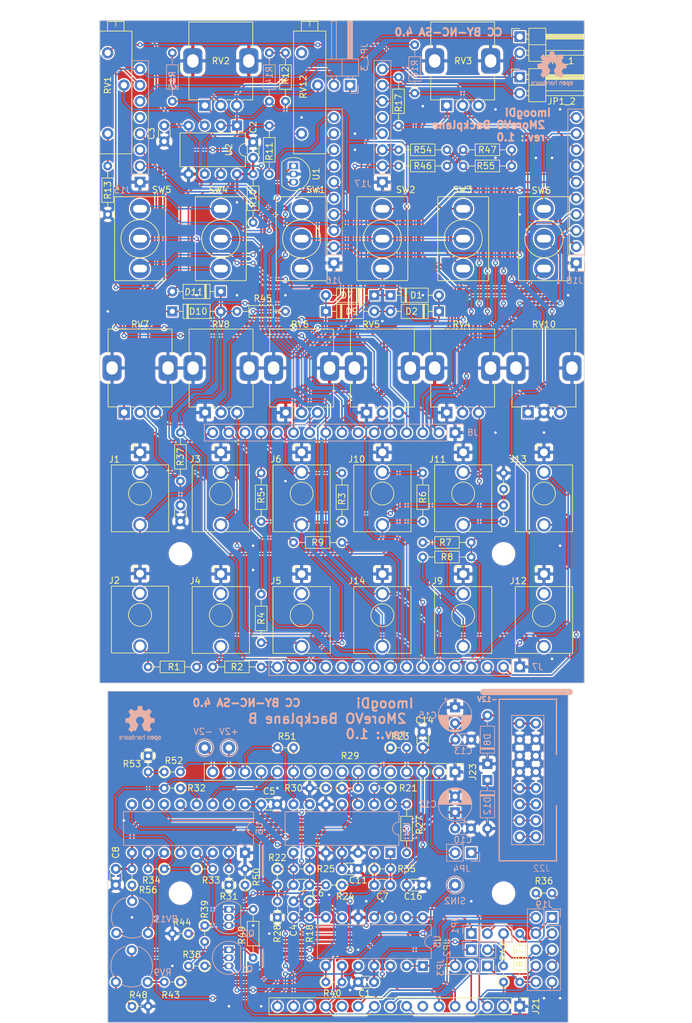
<source format=kicad_pcb>
(kicad_pcb (version 20221018) (generator pcbnew)
  (title_block (title "2MoreVO") (date "2024-07-09") (rev "1.0") (company "ImoogDi") (comment 1 "CC BY-NC-SA"))
  (layers (0 "F.Cu" signal) (31 "B.Cu" signal) (34 "B.Paste" user) (35 "F.Paste" user) (36 "B.SilkS" user "B.Silkscreen") (37 "F.SilkS" user "F.Silkscreen") (38 "B.Mask" user) (39 "F.Mask" user) (44 "Edge.Cuts" user))
  (net 0 "")
  (net 1 "GND")
  (net 2 "+2.0VRef")
  (net 3 "-2.0VRef")
  (net 4 "+12V")
  (net 5 "-12V")
  (net 6 "VCA_Out")
  (net 7 "Former_Out")
  (net 8 "Net-(J9-PadT)")
  (net 9 "Fader_Out")
  (net 10 "Mod_Level_CV_Ext")
  (net 11 "VCA_Level_CV")
  (net 12 "CV_VCO_Fader")
  (net 13 "Wave1_CV")
  (net 14 "VCO1_1V_Oct")
  (net 15 "CV_Bus")
  (net 17 "Net-(J4-PadT)")
  (net 18 "/ModSyn.Level_CV")
  (net 19 "/ModSyn.Mod_In")
  (net 20 "SIN2")
  (net 21 "/VCO2.1V_Oct")
  (net 22 "/ModSyn.Sync_In")
  (net 23 "Pin_OSC1_Out")
  (net 24 "Pin_OSC_Mix_Out")
  (net 25 "/VCO1.SAW")
  (net 27 "/VCO1.Tune")
  (net 28 "/VCO1.Tune2")
  (net 29 "/VCO1.Oct1")
  (net 30 "/VCO1.Oct2")
  (net 31 "/VCO1.FM_Log")
  (net 32 "/VCO1.FM_Lin")
  (net 33 "/VCO1.PULS")
  (net 35 "/VCO1.PWM_ctrl")
  (net 36 "/VCO1.Sync_Hard")
  (net 37 "/VCO1.Sync_Soft")
  (net 38 "/VCO2.SAW")
  (net 39 "/VCO1.TRI")
  (net 40 "/VCO2.PWM_ctrl")
  (net 41 "/VCO2.Sync_Hard")
  (net 42 "/VCO2.Sync_Soft")
  (net 43 "/VCO2.Tune")
  (net 44 "/VCO2.Tune2")
  (net 45 "/VCO2.Oct1")
  (net 46 "/VCO2.Oct2")
  (net 47 "/VCO2.FM_Log")
  (net 48 "/VCO2.FM_Lin")
  (net 49 "Net-(Q1-E)")
  (net 50 "Net-(Q1-B)")
  (net 51 "Net-(Q1-C)")
  (net 52 "Net-(Q2-E)")
  (net 53 "Net-(Q2-B)")
  (net 54 "Net-(Q2-C)")
  (net 55 "VCA_Mod_In")
  (net 56 "Net-(R21-Pad1)")
  (net 57 "Former_In")
  (net 58 "Wave2")
  (net 59 "Wave1")
  (net 60 "Net-(R43-Pad2)")
  (net 61 "Net-(J19-Pin_1)")
  (net 62 "/VCO2.TRI")
  (net 63 "Pin_TRI2")
  (net 64 "Pin_SAW2")
  (net 65 "Pin_OSC2_Out")
  (net 66 "Pin_Wave2_Fade")
  (net 67 "Wave2_Fade")
  (net 68 "Pin_SIN2")
  (net 69 "Pin_Tune2VCO1")
  (net 70 "Pin_Tune2VCO2")
  (net 71 "Pin_CV_Bus")
  (net 72 "Pin_TuneVCO1")
  (net 73 "Pin_TuneVCO2")
  (net 74 "OSC1_Out")
  (net 75 "Net-(C9-Pad1)")
  (net 76 "OSC_Mix_Out")
  (net 77 "OSC2_Out")
  (net 78 "/ModSyn.Mod_Out")
  (net 79 "Pin_Mod_Out")
  (net 80 "Pin_SAW1")
  (net 81 "Pin_TRI1")
  (net 82 "Net-(J2-PadT)")
  (net 83 "Fade_CV")
  (net 84 "Fade_CV_Ext")
  (net 85 "Net-(J5-PadT)")
  (net 87 "Pin_Fade_CV_Ext")
  (net 88 "Net-(J9-PadTN)")
  (net 90 "Net-(J19-Pin_8)")
  (net 91 "Net-(J22-Pin_11)")
  (net 92 "Net-(J22-Pin_13)")
  (net 93 "Net-(J22-Pin_15)")
  (net 94 "Pin_Puls1")
  (net 95 "Net-(U1-K)")
  (net 96 "Net-(R13-Pad2)")
  (net 97 "Net-(U4D--)")
  (net 98 "Net-(U4D-+)")
  (net 99 "Net-(U5-Vcntrl2)")
  (net 100 "Net-(U5-Vcntrl1)")
  (net 101 "Net-(U5-Vcntrl3)")
  (net 102 "Net-(R40-Pad1)")
  (net 103 "Net-(R45-Pad2)")
  (net 104 "Net-(R46-Pad2)")
  (net 105 "Net-(R54-Pad2)")
  (net 106 "Net-(R56-Pad1)")
  (net 107 "Net-(SW2-B)")
  (net 108 "Wave1_CV_In")
  (net 109 "/VCO2.PULS")
  (net 110 "Pin_Puls2")
  (net 111 "Pin_+2.0VRef")
  (net 112 "Pin_-2.0VRef")
  (net 113 "Pin_VCA_Level_CV")
  (net 114 "Pin_VCA_Mod_In")
  (net 115 "Pin_CV_VCO_Fader")
  (net 116 "Pin_Wave1_CV")
  (net 117 "Net-(J19-Pin_5)")
  (net 118 "+12VA")
  (net 119 "GNDA")
  (net 120 "-12VA")
  (net 121 "Net-(R11-Pad2)")
  (net 123 "Net-(U2B--)")
  (net 124 "Net-(J19-Pin_3)")
  (net 125 "Net-(JP1-A)")
  (net 126 "Pin_Mod_Level_CV_Ext")
  (net 127 "Net-(JP2-A)")
  (net 131 "Net-(U2A-+)")
  (net 133 "Wave1_CV_In_Ext")
  (net 134 "Pin_Wave1_CV_In_Ext")
  (net 135 "Net-(J19-Pin_7)")
  (footprint "Resistor_THT:R_Axial_DIN0204_L3.6mm_D1.6mm_P2.54mm_Vertical" (layer "F.Cu") (at 80.01 162.56 90)
    (fp_text reference "R56")
    (fp_text value "20K" hide)
  )
  (footprint "Resistor_THT:R_Axial_DIN0204_L3.6mm_D1.6mm_P2.54mm_Vertical" (layer "F.Cu") (at 138.43 177.8 90)
    (fp_text reference "R42")
    (fp_text value "470" hide)
  )
  (footprint "Resistor_THT:R_Axial_DIN0204_L3.6mm_D1.6mm_P2.54mm_Vertical" (layer "F.Cu") (at 91.44 168.91 -90)
    (fp_text reference "R39")
    (fp_text value "10K" hide)
  )
  (footprint "Resistor_THT:R_Axial_DIN0204_L3.6mm_D1.6mm_P7.62mm_Horizontal" (layer "F.Cu") (at 113.03 108.712 180)
    (fp_text reference "R9")
    (fp_text value "10K" hide)
  )
  (footprint "MountingHole:MountingHole_3.2mm_M3" (layer "F.Cu") (at 87.63 163.83)
    (fp_text reference "REF_L4" hide)
    (fp_text value "MountingHole_3.2mm_M3" hide)
  )
  (footprint "Potentiometer_THT:Potentiometer_Alps_RK09K_Single_Vertical" (layer "F.Cu") (at 104.18 88.2904 90)
    (fp_text reference "RV6")
    (fp_text value "100K" hide)
  )
  (footprint "Potentiometer_THT:Potentiometer_Alps_RK09K_Single_Vertical" (layer "F.Cu") (at 142.28 88.2904 90)
    (fp_text reference "RV10")
    (fp_text value "100K" hide)
  )
  (footprint "Diode_THT:D_DO-35_SOD27_P7.62mm_Horizontal" (layer "F.Cu") (at 128.27 72.39 180)
    (fp_text reference "D2")
    (fp_text value "BAT46" hide)
  )
  (footprint "Resistor_THT:R_Axial_DIN0204_L3.6mm_D1.6mm_P2.54mm_Vertical" (layer "F.Cu") (at 143.51 163.83)
    (fp_text reference "R36")
    (fp_text value "10K" hide)
  )
  (footprint "Resistor_THT:R_Axial_DIN0204_L3.6mm_D1.6mm_P7.62mm_Horizontal" (layer "F.Cu") (at 121.92 35.56 -90)
    (fp_text reference "R17")
    (fp_text value "27K(15K)" hide)
  )
  (footprint "Capacitor_THT:C_Disc_D3.0mm_W1.6mm_P2.50mm" (layer "F.Cu") (at 113.03 160.02)
    (fp_text reference "C11")
    (fp_text value "100nF" hide)
  )
  (footprint "Potentiometer_THT:Potentiometer_Bourns_3006P_Horizontal" (layer "F.Cu") (at 76.2 44.45 -90)
    (fp_text reference "RV1")
    (fp_text value "5K" hide)
  )
  (footprint "PCM_4ms_Switch:Switch_Toggle_SPDT_Mini_SolderLug" (layer "F.Cu") (at 119.38 60.96)
    (fp_text reference "SW2")
    (fp_text value "SW_SPDT" hide)
  )
  (footprint "Potentiometer_THT:Potentiometer_Alps_RK09K_Single_Vertical" (layer "F.Cu") (at 116.88 88.2904 90)
    (fp_text reference "RV5")
    (fp_text value "100K" hide)
  )
  (footprint "Resistor_THT:R_Axial_DIN0204_L3.6mm_D1.6mm_P7.62mm_Horizontal" (layer "F.Cu") (at 125.73 97.79 -90)
    (fp_text reference "R6")
    (fp_text value "100K" hide)
  )
  (footprint "Resistor_THT:R_Axial_DIN0204_L3.6mm_D1.6mm_P2.54mm_Vertical" (layer "F.Cu") (at 120.65 147.32 180)
    (fp_text reference "R21")
    (fp_text value "47K" hide)
  )
  (footprint "Capacitor_THT:C_Disc_D3.0mm_W1.6mm_P2.50mm" (layer "F.Cu") (at 99.06 48.26 90)
    (fp_text reference "C2")
    (fp_text value "100nF" hide)
  )
  (footprint "Resistor_THT:R_Axial_DIN0204_L3.6mm_D1.6mm_P7.62mm_Horizontal" (layer "F.Cu") (at 100.33 105.41 90)
    (fp_text reference "R5")
    (fp_text value "10K" hide)
  )
  (footprint "Connector_PinHeader_2.54mm:PinHeader_1x02_P2.54mm_Horizontal" (layer "F.Cu") (at 140.97 29.21)
    (fp_text reference "JP1_1")
    (fp_text value "Jumper_2_Open" hide)
  )
  (footprint "Connector_Audio:Jack_3.5mm_QingPu_WQP-PJ398SM_Vertical_CircularHoles" (layer "F.Cu") (at 132.08 94.5388)
    (fp_text reference "J11")
    (fp_text value "AudioJack2_SwitchT" hide)
  )
  (footprint "Resistor_THT:R_Axial_DIN0204_L3.6mm_D1.6mm_P2.54mm_Vertical" (layer "F.Cu") (at 118.11 160.02)
    (fp_text reference "R35")
    (fp_text value "47K" hide)
  )
  (footprint "Potentiometer_THT:Potentiometer_Alps_RK09K_Single_Vertical" (layer "F.Cu") (at 91.52 88.2904 90)
    (fp_text reference "RV8")
    (fp_text value "100K" hide)
  )
  (footprint "Capacitor_THT:C_Disc_D3.0mm_W1.6mm_P2.50mm" (layer "F.Cu") (at 125.73 138.43 -90)
    (fp_text reference "C14")
    (fp_text value "100nF" hide)
  )
  (footprint "Connector_PinHeader_2.54mm:PinHeader_1x16_P2.54mm_Vertical" (layer "F.Cu") (at 130.81 144.78 -90)
    (fp_text reference "J23")
    (fp_text value "Conn_01x16_Pin" hide)
  )
  (footprint "Resistor_THT:R_Axial_DIN0204_L3.6mm_D1.6mm_P2.54mm_Vertical" (layer "F.Cu") (at 97.79 162.56 90)
    (fp_text reference "R50")
    (fp_text value "1K" hide)
  )
  (footprint "Resistor_THT:R_Axial_DIN0204_L3.6mm_D1.6mm_P2.54mm_Vertical" (layer "F.Cu") (at 80.01 181.61)
    (fp_text reference "R48")
    (fp_text value "1K" hide)
  )
  (footprint "Resistor_THT:R_Axial_DIN0204_L3.6mm_D1.6mm_P2.54mm_Vertical" (layer "F.Cu") (at 107.95 160.02 180)
    (fp_text reference "R25")
    (fp_text value "100K" hide)
  )
  (footprint "Resistor_THT:R_Axial_DIN0204_L3.6mm_D1.6mm_P2.54mm_Vertical" (layer "F.Cu") (at 91.44 175.26 180)
    (fp_text reference "R38")
    (fp_text value "10K" hide)
  )
  (footprint "Diode_THT:D_DO-35_SOD27_P7.62mm_Horizontal" (layer "F.Cu") (at 118.11 69.85 180)
    (fp_text reference "D7")
    (fp_text value "BAT46" hide)
  )
  (footprint "Potentiometer_THT:Potentiometer_Alps_RK09K_Single_Vertical" (layer "F.Cu") (at 78.78 88.28 90)
    (fp_text reference "RV7")
    (fp_text value "100K" hide)
  )
  (footprint "Connector_Audio:Jack_3.5mm_QingPu_WQP-PJ398SM_Vertical_CircularHoles" (layer "F.Cu") (at 132.08 113.665)
    (fp_text reference "J9")
    (fp_text value "AudioJack2_SwitchT" hide)
  )
  (footprint "Resistor_THT:R_Axial_DIN0204_L3.6mm_D1.6mm_P2.54mm_Vertical" (layer "F.Cu") (at 102.87 160.02 -90)
    (fp_text reference "R22")
    (fp_text value "150K" hide)
  )
  (footprint "Diode_THT:D_DO-35_SOD27_P7.62mm_Horizontal" (layer "F.Cu") (at 86.36 72.39)
    (fp_text reference "D10")
    (fp_text value "BAT46" hide)
  )
  (footprint "Capacitor_THT:C_Disc_D3.0mm_W1.6mm_P2.50mm" (layer "F.Cu") (at 118.07 177.8 180)
    (fp_text reference "C1")
    (fp_text value "100nF" hide)
  )
  (footprint "Resistor_THT:R_Axial_DIN0204_L3.6mm_D1.6mm_P7.62mm_Horizontal" (layer "F.Cu") (at 121.92 46.99)
    (fp_text reference "R54")
    (fp_text value "47K" hide)
  )
  (footprint "Resistor_THT:R_Axial_DIN0204_L3.6mm_D1.6mm_P2.54mm_Vertical" (layer "F.Cu") (at 110.49 147.32 180)
    (fp_text reference "R30")
    (fp_text value "47K" hide)
  )
  (footprint "Capacitor_THT:C_Disc_D3.0mm_W1.6mm_P2.50mm" (layer "F.Cu") (at 100.33 149.86)
    (fp_text reference "C5")
    (fp_text value "100nF" hide)
  )
  (footprint "Capacitor_THT:C_Disc_D3.0mm_W1.6mm_P2.50mm" (layer "F.Cu") (at 118.11 162.56)
    (fp_text reference "C7")
    (fp_text value "27pF" hide)
  )
  (footprint "Potentiometer_THT:Potentiometer_Alps_RK09K_Single_Vertical" (layer "F.Cu") (at 91.48 40.02 90)
    (fp_text reference "RV2")
    (fp_text value "100K(50K) lin." hide)
  )
  (footprint "Resistor_THT:R_Axial_DIN0204_L3.6mm_D1.6mm_P7.62mm_Horizontal" (layer "F.Cu") (at 132.08 49.53)
    (fp_text reference "R55")
    (fp_text value "47K" hide)
  )
  (footprint "Capacitor_THT:C_Disc_D3.0mm_W1.6mm_P2.50mm" (layer "F.Cu") (at 125.69 162.56 180)
    (fp_text reference "C16")
    (fp_text value "100nF" hide)
  )
  (footprint "Resistor_THT:R_Axial_DIN0204_L3.6mm_D1.6mm_P7.62mm_Horizontal" (layer "F.Cu") (at 140.97 170.18 -90)
    (fp_text reference "R57")
    (fp_text value "10K" hide)
  )
  (footprint "Resistor_THT:R_Axial_DIN0204_L3.6mm_D1.6mm_P2.54mm_Vertical" (layer "F.Cu") (at 85.09 144.78)
    (fp_text reference "R52")
    (fp_text value "150K" hide)
  )
  (footprint "Resistor_THT:R_Axial_DIN0204_L3.6mm_D1.6mm_P2.54mm_Vertical" (layer "F.Cu") (at 120.65 140.97)
    (fp_text reference "R23")
    (fp_text value "100K" hide)
  )
  (footprint "Potentiometer_THT:Potentiometer_Bourns_3006P_Horizontal" (layer "F.Cu") (at 106.68 44.45 -90)
    (fp_text reference "RV12")
    (fp_text value "5K" hide)
  )
  (footprint "Resistor_THT:R_Axial_DIN0204_L3.6mm_D1.6mm_P2.54mm_Vertical" (layer "F.Cu") (at 82.55 142.24 -90)
    (fp_text reference "R53")
    (fp_text value "1K" hide)
  )
  (footprint "Resistor_THT:R_Axial_DIN0204_L3.6mm_D1.6mm_P2.54mm_Vertical" (layer "F.Cu") (at 87.63 177.8 180)
    (fp_text reference "R43")
    (fp_text value "20K" hide)
  )
  (footprint "Resistor_THT:R_Axial_DIN0204_L3.6mm_D1.6mm_P2.54mm_Vertical" (layer "F.Cu") (at 87.63 147.32 180)
    (fp_text reference "R32")
    (fp_text value "2.7K" hide)
  )
  (footprint "Resistor_THT:R_Axial_DIN0204_L3.6mm_D1.6mm_P7.62mm_Horizontal" (layer "F.Cu") (at 133.35 108.712 180)
    (fp_text reference "R7")
    (fp_text value "1K" hide)
  )
  (footprint "PCM_4ms_Switch:Switch_Toggle_SPDT_Mini_SolderLug" (layer "F.Cu") (at 132.08 60.96 180)
    (fp_text reference "SW3")
    (fp_text value "SW_SPDT_MSM" hide)
  )
  (footprint "PCM_4ms_Switch:Switch_Toggle_SPDT_Mini_SolderLug" (layer "F.Cu") (at 144.78 60.96)
    (fp_text reference "SW6")
    (fp_text value "SW_SPDT_MSM" hide)
  )
  (footprint "PCM_4ms_Switch:Switch_Toggle_SPDT_Mini_SolderLug" (layer "F.Cu") (at 81.28 60.96)
    (fp_text reference "SW5")
    (fp_text value "SW_SPDT_MSM" hide)
  )
  (footprint "Resistor_THT:R_Axial_DIN0204_L3.6mm_D1.6mm_P7.62mm_Horizontal" (layer "F.Cu") (at 96.52 72.39)
    (fp_text reference "R45")
    (fp_text value "100K" hide)
  )
  (footprint "Resistor_THT:R_Axial_DIN0204_L3.6mm_D1.6mm_P2.54mm_Vertical" (layer "F.Cu") (at 110.49 177.8)
    (fp_text reference "R40")
    (fp_text value "10K" hide)
  )
  (footprint "Connector_PinHeader_2.54mm:PinHeader_1x16_P2.54mm_Vertical" (layer "F.Cu") (at 140.97 181.61 -90)
    (fp_text reference "J21")
    (fp_text value "Conn_01x16_Pin" hide)
  )
  (footprint "Capacitor_THT:C_Disc_D3.0mm_W1.6mm_P2.50mm" (layer "F.Cu") (at 107.91 162.56 180)
    (fp_text reference "C6")
    (fp_text value "27pF" hide)
  )
  (footprint "PCM_4ms_Switch:Switch_Toggle_SPDT_Mini_SolderLug" (layer "F.Cu") (at 93.98 60.96)
    (fp_text reference "SW4")
    (fp_text value "SW_SPDT_MSM" hide)
  )
  (footprint "Capacitor_THT:C_Disc_D3.0mm_W1.6mm_P2.50mm" (layer "F.Cu") (at 77.47 160.02 -90)
    (fp_text reference "C8")
    (fp_text value "100nF" hide)
  )
  (footprint "Resistor_THT:R_Axial_DIN0204_L3.6mm_D1.6mm_P2.54mm_Vertical" (layer "F.Cu") (at 138.43 102.87 -90)
    (fp_text reference "R19" hide)
    (fp_text value "150K" hide)
  )
  (footprint "Resistor_THT:R_Axial_DIN0204_L3.6mm_D1.6mm_P7.62mm_Horizontal" (layer "F.Cu") (at 76.2 57.15 90)
    (fp_text reference "R13")
    (fp_text value "10K" hide)
  )
  (footprint "Capacitor_THT:C_Disc_D3.0mm_W1.6mm_P2.50mm" (layer "F.Cu") (at 85.09 45.68 90)
    (fp_text reference "C3")
    (fp_text value "100nF" hide)
  )
  (footprint "Connector_PinHeader_2.54mm:PinHeader_1x02_P2.54mm_Horizontal" (layer "F.Cu") (at 140.97 35.56)
    (fp_text reference "JP1_2")
    (fp_text value "Jumper_2_Open" hide)
  )
  (footprint "Diode_THT:D_DO-35_SOD27_P7.62mm_Horizontal" (layer "F.Cu") (at 120.65 69.85)
    (fp_text reference "D1")
    (fp_text value "BAT46" hide)
  )
  (footprint "Capacitor_THT:C_Disc_D3.0mm_W1.6mm_P2.50mm" (layer "F.Cu") (at 105.41 165.1 -90)
    (fp_text reference "C4")
    (fp_text value "27pF" hide)
  )
  (footprint "Connector_Audio:Jack_3.5mm_QingPu_WQP-PJ398SM_Vertical_CircularHoles" (layer "F.Cu") (at 119.38 94.5388)
    (fp_text reference "J10")
    (fp_text value "AudioJack2_SwitchT" hide)
  )
  (footprint "Diode_THT:D_DO-35_SOD27_P7.62mm_Horizontal" (layer "F.Cu") (at 93.98 69.256557 180)
    (fp_text reference "D11")
    (fp_text value "BAT46" hide)
  )
  (footprint "Connector_Audio:Jack_3.5mm_QingPu_WQP-PJ398SM_Vertical_CircularHoles" (layer "F.Cu") (at 144.78 113.665)
    (fp_text reference "J12")
    (fp_text value "AudioJack2_SwitchT" hide)
  )
  (footprint "Resistor_THT:R_Axial_DIN0204_L3.6mm_D1.6mm_P7.62mm_Horizontal" (layer "F.Cu") (at 113.03 97.79 -90)
    (fp_text reference "R3")
    (fp_text value "100K" hide)
  )
  (footprint "Resistor_THT:R_Axial_DIN0204_L3.6mm_D1.6mm_P7.62mm_Horizontal" (layer "F.Cu") (at 100.33 124.46 90)
    (fp_text reference "R4")
    (fp_text value "470" hide)
  )
  (footprint "Resistor_THT:R_Axial_DIN0204_L3.6mm_D1.6mm_P7.62mm_Horizontal" (layer "F.Cu") (at 121.92 49.53)
    (fp_text reference "R46")
    (fp_text value "47K" hide)
  )
  (footprint "Potentiometer_THT:Potentiometer_Alps_RK09K_Single_Vertical" (layer "F.Cu") (at 129.498 40.02 90)
    (fp_text reference "RV3")
    (fp_text value "100K(50K) lin." hide)
  )
  (footprint "Connector_Audio:Jack_3.5mm_QingPu_WQP-PJ398SM_Vertical_CircularHoles" (layer "F.Cu") (at 81.28 113.6)
    (fp_text reference "J2")
    (fp_text value "AudioJack2_SwitchT" hide)
  )
  (footprint "Connector_Audio:Jack_3.5mm_QingPu_WQP-PJ398SM_Vertical_CircularHoles" (layer "F.Cu") (at 144.78 94.5388)
    (fp_text reference "J13")
    (fp_text value "AudioJack2_SwitchT" hide)
  )
  (footprint "Resistor_THT:R_Axial_DIN0204_L3.6mm_D1.6mm_P2.54mm_Vertical" (layer "F.Cu") (at 105.41 140.97 180)
    (fp_text reference "R51")
    (fp_text value "100K" hide)
  )
  (footprint "Resistor_THT:R_Axial_DIN0204_L3.6mm_D1.6mm_P7.62mm_Horizontal" (layer "F.Cu") (at 92.71 128.27)
    (fp_text reference "R2")
    (fp_text value "470" hide)
  )
  (footprint "Package_TO_SOT_THT:TO-92_Inline" (layer "F.Cu") (at 105.41 49.53 -90)
    (fp_text reference "U1")
    (fp_text value "TL431LP" hide)
  )
  (footprint "Resistor_THT:R_Axial_DIN0204_L3.6mm_D1.6mm_P2.54mm_Vertical" (layer "F.Cu") (at 90.17 160.02)
    (fp_text reference "R33")
    (fp_text value "2.7K" hide)
  )
  (footprint "Connector_Audio:Jack_3.5mm_QingPu_WQP-PJ398SM_Vertical_CircularHoles" (layer "F.Cu") (at 93.98 94.5388)
    (fp_text reference "J3")
    (fp_text value "AudioJack2_SwitchT" hide)
  )
  (footprint "Resistor_THT:R_Axial_DIN0204_L3.6mm_D1.6mm_P7.62mm_Horizontal" (layer "F.Cu") (at 104.14 31.75 -90)
    (fp_text reference "R12")
    (fp_text value "10K" hide)
  )
  (footprint "Potentiometer_THT:Potentiometer_Alps_RK09K_Single_Vertical" (layer "F.Cu") (at 129.498 88.2904 90)
    (fp_text reference "RV4")
    (fp_text value "100K" hide)
  )
  (footprint "Resistor_THT:R_Axial_DIN0204_L3.6mm_D1.6mm_P2.54mm_Vertical" (layer "F.Cu") (at 138.43 100.33 90)
    (fp_text reference "R20" hide)
    (fp_text value "1K" hide)
  )
  (footprint "Resistor_THT:R_Axial_DIN0204_L3.6mm_D1.6mm_P7.62mm_Horizontal" (layer "F.Cu") (at 87.63 91.44 -90)
    (fp_text reference "R37")
    (fp_text value "51K" hide)
  )
  (footprint "Capacitor_THT:C_Disc_D3.0mm_W1.6mm_P2.50mm" (layer "F.Cu") (at 87.63 102.87 -90)
    (fp_text reference "C9" hide)
    (fp_text value "100nF" hide)
  )
  (footprint "Resistor_THT:R_Axial_DIN0204_L3.6mm_D1.6mm_P7.62mm_Horizontal" (layer "F.Cu") (at 99.06 173.99 90)
    (fp_text reference "R49")
    (fp_text value "390" hide)
  )
  (footprint "Resistor_THT:R_Axial_DIN0204_L3.6mm_D1.6mm_P7.62mm_Horizontal" (layer "F.Cu") (at 99.06 50.8 -90)
    (fp_text reference "R10")
    (fp_text value "10K" hide)
  )
  (footprint "PCM_4ms_Switch:Switch_Toggle_SPDT_Mini_SolderLug" (layer "F.Cu") (at 106.68 60.96 180)
    (fp_text reference "SW1")
    (fp_text value "SW_SPDT_MSM" hide)
  )
  (footprint "Resistor_THT:R_Axial_DIN0204_L3.6mm_D1.6mm_P2.54mm_Vertical" (layer "F.Cu") (at 95.25 162.56 90)
    (fp_text reference "R31")
    (fp_text value "1K" hide)
  )
  (footprint "Connector_Audio:Jack_3.5mm_QingPu_WQP-PJ398SM_Vertical_CircularHoles" (layer "F.Cu") (at 119.38 113.665)
    (fp_text reference "J14")
    (fp_text value "AudioJack2_SwitchT" hide)
  )
  (footprint "Resistor_THT:R_Axial_DIN0204_L3.6mm_D1.6mm_P7.62mm_Horizontal" (layer "F.Cu") (at 101.6 43.18 -90)
    (fp_text reference "R11")
    (fp_text value "6,8K" hide)
  )
  (footprint "Connector_Audio:Jack_3.5mm_QingPu_WQP-PJ398SM_Vertical_CircularHoles" (layer "F.Cu") (at 106.68 113.665)
    (fp_text reference "J5")
    (fp_text value "AudioJack2_SwitchT" hide)
  )
  (footprint "Package_DIP:DIP-8_W7.62mm" (layer "F.Cu") (at 96.52 43.18 -90)
    (fp_text reference "U2")
    (fp_text value "TL072" hide)
  )
  (footprint "Diode_THT:D_DO-35_SOD27_P7.62mm_Horizontal" (layer "F.Cu") (at 110.49 72.39)
    (fp_text reference "D9")
    (fp_text value "BAT46" hide)
  )
  (footprint "MountingHole:MountingHole_3.2mm_M3" (layer "F.Cu") (at 138.43 110.49)
    (fp_text reference "REF_L1" hide)
    (fp_text value "MountingHole_3.2mm_M3" hide)
  )
  (footprint "MountingHole:MountingHole_3.2mm_M3" (layer "F.Cu") (at 138.43 163.83)
    (fp_text reference "REF_L3" hide)
    (fp_text value "MountingHole_3.2mm_M3" hide)
  )
  (footprint "Resistor_THT:R_Axial_DIN0204_L3.6mm_D1.6mm_P2.54mm_Vertical" (layer "F.Cu") (at 88.9 170.18 180)
    (fp_text reference "R44")
    (fp_text value "10K" hide)
  )
  (footprint "Resistor_THT:R_Axial_DIN0204_L3.6mm_D1.6mm_P2.54mm_Vertical" (layer "F.Cu") (at 107.95 165.1 -90)
    (fp_text reference "R18")
    (fp_text value "47K" hide)
  )
  (footprint "Resistor_THT:R_Axial_DIN0204_L3.6mm_D1.6mm_P7.62mm_Horizontal" (layer "F.Cu") (at 82.55 128.27)
    (fp_text reference "R1")
    (fp_text value "470" hide)
  )
  (footprint "Resistor_THT:R_Axial_DIN0204_L3.6mm_D1.6mm_P7.62mm_Horizontal" (layer "F.Cu") (at 133.35 110.998 180)
    (fp_text reference "R8")
    (fp_text value "2,7K" hide)
  )
  (footprint "Connector_Audio:Jack_3.5mm_QingPu_WQP-PJ398SM_Vertical_CircularHoles" (layer "F.Cu") (at 106.68 94.5388)
    (fp_text reference "J6")
    (fp_text value "AudioJack2_SwitchT" hide)
  )
  (footprint "MountingHole:MountingHole_3.2mm_M3" (layer "F.Cu") (at 87.63 110.49)
    (fp_text reference "REF_L2" hide)
    (fp_text value "MountingHole_3.2mm_M3" hide)
  )
  (footprint "Resistor_THT:R_Axial_DIN0204_L3.6mm_D1.6mm_P2.54mm_Vertical" (layer "F.Cu") (at 85.09 160.02 180)
    (fp_text reference "R34")
    (fp_text value "2.7K" hide)
  )
  (footprint "Resistor_THT:R_Axial_DIN0204_L3.6mm_D1.6mm_P7.62mm_Horizontal" (layer "F.Cu") (at 123.19 149.86 -90)
    (fp_text reference "R27")
    (fp_text value "150K" hide)
  )
  (footprint "Resistor_THT:R_Axial_DIN0204_L3.6mm_D1.6mm_P7.62mm_Horizontal" (layer "F.Cu") (at 132.08 46.99)
    (fp_text reference "R47")
    (fp_text value "47K" hide)
  )
  (footprint "Resistor_THT:R_Axial_DIN0204_L3.6mm_D1.6mm_P2.54mm_Vertical" (layer "F.Cu") (at 113.03 147.32)
    (fp_text reference "R29")
    (fp_text value "100K" hide)
  )
  (footprint "Connector_Audio:Jack_3.5mm_QingPu_WQP-PJ398SM_Vertical_CircularHoles" (layer "F.Cu") (at 81.28 94.5388)
    (fp_text reference "J1")
    (fp_text value "AudioJack2_SwitchT" hide)
  )
  (footprint "Connector_Audio:Jack_3.5mm_QingPu_WQP-PJ398SM_Vertical_CircularHoles" (layer "F.Cu") (at 93.98 113.665)
    (fp_text reference "J4")
    (fp_text value "AudioJack2_SwitchT" hide)
  )
  (footprint "Resistor_THT:R_Axial_DIN0204_L3.6mm_D1.6mm_P2.54mm_Vertical" (layer "F.Cu") (at 102.87 167.64 90)
    (fp_text reference "R28")
    (fp_text value "1K" hide)
  )
  (footprint "Resistor_THT:R_Axial_DIN0204_L3.6mm_D1.6mm_P2.54mm_Vertical" (layer "F.Cu") (at 113.03 162.56 180)
    (fp_text reference "R24")
    (fp_text value "100K" hide)
  )
  (footprint "Package_DIP:DIP-14_W7.62mm" (layer "B.Cu") (at 125.73 175.26 90)
    (fp_text reference "U3")
    (fp_text value "TL074" hide)
  )
  (footprint "Connector_PinHeader_2.54mm:PinHeader_1x02_P2.54mm_Vertical" (layer "B.Cu") (at 133.35 157.48 90)
    (fp_text reference "JP4")
    (fp_text value "Jumper_2_Bridged" hide)
  )
  (footprint "Package_DIP:DIP-14_W7.62mm" (layer "B.Cu") (at 120.65 157.48 90)
    (fp_text reference "U4")
    (fp_text value "TL074" hide)
  )
  (footprint "Capacitor_THT:C_Disc_D3.0mm_W1.6mm_P2.50mm" (layer "B.Cu") (at 133.35 139.7 180)
    (fp_text reference "C13")
    (fp_text value "100nF" hide)
  )
  (footprint "Connector_PinSocket_2.54mm:PinSocket_1x08_P2.54mm_Vertical" (layer "B.Cu") (at 119.38 52.07)
    (fp_text reference "J17")
    (fp_text value "Conn_01x08_Socket" hide)
  )
  (footprint "Resistor_THT:R_Axial_DIN0204_L3.6mm_D1.6mm_P7.62mm_Horizontal" (layer "B.Cu") (at 101.6 31.75 -90)
    (fp_text reference "R14")
    (fp_text value "27K(15K)" hide)
  )
  (footprint "Capacitor_THT:CP_Radial_D5.0mm_P2.50mm" (layer "B.Cu") (at 130.81 134.62 -90)
    (fp_text reference "C15")
    (fp_text value "22u" hide)
  )
  (footprint "Diode_THT:D_DO-35_SOD27_P7.62mm_Horizontal" (layer "B.Cu") (at 135.89 143.51 90)
    (fp_text reference "D8")
    (fp_text value "1N4001" hide)
  )
  (footprint "Connector_PinSocket_2.54mm:PinSocket_1x16_P2.54mm_Vertical" (layer "B.Cu") (at 130.81 91.44 90)
    (fp_text reference "J8")
    (fp_text value "Conn_01x16_Socket" hide)
  )
  (footprint "Resistor_THT:R_Axial_DIN0204_L3.6mm_D1.6mm_P7.62mm_Horizontal" (layer "B.Cu") (at 124.46 38.1 90)
    (fp_text reference "R16")
    (fp_text value "27K(15K)" hide)
  )
  (footprint "Diode_THT:D_DO-35_SOD27_P7.62mm_Horizontal" (layer "B.Cu") (at 135.89 146.05 -90)
    (fp_text reference "D12")
    (fp_text value "1N4001" hide)
  )
  (footprint "Connector_PinHeader_2.54mm:PinHeader_1x02_P2.54mm_Vertical" (layer "B.Cu") (at 133.35 172.72 -90)
    (fp_text reference "JP2")
    (fp_text value "Jumper_2_Open" hide)
  )
  (footprint "Resistor_THT:R_Axial_DIN0204_L3.6mm_D1.6mm_P7.62mm_Horizontal" (layer "B.Cu") (at 86.36 31.75 -90)
    (fp_text reference "R15")
    (fp_text value "27K(15K)" hide)
  )
  (footprint "Capacitor_THT:CP_Radial_D5.0mm_P2.50mm" (layer "B.Cu") (at 130.81 151.13 90)
    (fp_text reference "C12")
    (fp_text value "22u" hide)
  )
  (footprint "Connector_PinHeader_2.54mm:PinHeader_1x03_P2.54mm_Vertical" (layer "B.Cu") (at 133.35 170.18 -90)
    (fp_text reference "JP1")
    (fp_text value "Jumper_3_Open" hide)
  )
  (footprint "Capacitor_THT:C_Disc_D3.0mm_W1.6mm_P2.50mm" (layer "B.Cu") (at 130.81 153.67)
    (fp_text reference "C10")
    (fp_text value "100nF" hide)
  )
  (footprint "Connector_PinSocket_2.54mm:PinSocket_1x16_P2.54mm_Vertical" (layer "B.Cu") (at 140.97 128.27 90)
    (fp_text reference "J7")
    (fp_text value "Conn_01x16_Socket" hide)
  )
  (footprint "Package_TO_SOT_THT:TO-92_Inline" (layer "B.Cu") (at 95.25 166.37 -90)
    (fp_text reference "Q2")
    (fp_text value "2N3904" hide)
  )
  (footprint "Connector_PinHeader_2.54mm:PinHeader_1x02_P2.54mm_Horizontal" (layer "B.Cu") (at 114.305 36.83 90)
    (fp_text reference "JP1_3")
    (fp_text value "Jumper_2_Open" hide)
  )
  (footprint "TestPoint:TestPoint_Keystone_5000-5004_Miniature" (layer "B.Cu") (at 95.25 140.97 180)
    (fp_text reference "TP1" hide)
    (fp_text value "+2V")
  )
  (footprint "Connector_PinSocket_2.54mm:PinSocket_1x10_P2.54mm_Vertical" (layer "B.Cu") (at 149.86 64.77)
    (fp_text reference "J18")
    (fp_text value "Conn_01x10_Socket" hide)
  )
  (footprint "Connector_PinHeader_2.54mm:PinHeader_1x03_P2.54mm_Vertical" (layer "B.Cu") (at 135.89 175.26 90)
    (fp_text reference "JP3")
    (fp_text value "Jumper_3_Open" hide)
  )
  (footprint "TestPoint:TestPoint_Keystone_5000-5004_Miniature" (layer "B.Cu") (at 130.81 162.56 180)
    (fp_text reference "TP3" hide)
    (fp_text value "SIN2")
  )
  (footprint "PCM_4ms_Connector:Pins_2x08_2.54mm_TH_EuroPower_Shrouded_reducedsilk_pins_assignment" (layer "B.Cu") (at 142.24 146.05)
    (fp_text reference "J22")
    (fp_text value "Conn_02x08_Odd_Even" hide)
  )
  (footprint "Connector_PinHeader_2.54mm:PinHeader_2x05_P2.54mm_Vertical" (layer "B.Cu") (at 146.05 167.64 180)
    (fp_text reference "J19")
    (fp_text value "Conn_02x05_Odd_Even" hide)
  )
  (footprint "Potentiometer_THT:Potentiometer_Piher_PT-6-V_Vertical" (layer "B.Cu") (at 77.47 177.8 90)
    (fp_text reference "RV9")
    (fp_text value "50K" hide)
  )
  (footprint "Connector_PinSocket_2.54mm:PinSocket_1x08_P2.54mm_Vertical" (layer "B.Cu") (at 81.28 52.07)
    (fp_text reference "J15")
    (fp_text value "Conn_01x08_Socket" hide)
  )
  (footprint "Potentiometer_THT:Potentiometer_Piher_PT-6-V_Vertical" (layer "B.Cu") (at 77.55 170.1 90)
    (fp_text reference "RV11")
    (fp_text value "10K" hide)
  )
  (footprint "Package_TO_SOT_THT:TO-92_Inline" (layer "B.Cu") (at 95.25 172.72 -90)
    (fp_text reference "Q1")
    (fp_text value "2N3904" hide)
  )
  (footprint "Symbol:OSHW-Logo2_7.3x6mm_SilkScreen" (layer "B.Cu") (at 146.05 34.29 180)
    (fp_text reference "REF_A" hide)
    (fp_text value "OSHW-Logo2_7.3x6mm_SilkScreen" hide)
  )
  (footprint "Symbol:OSHW-Logo2_7.3x6mm_SilkScreen" (layer "B.Cu") (at 81.28 137.16 180)
    (fp_text reference "REF_B" hide)
    (fp_text value "OSHW-Logo2_7.3x6mm_SilkScreen" hide)
  )
  (footprint "Package_DIP:DIP-16_W7.62mm" (layer "B.Cu") (at 97.79 157.48 90)
    (fp_text reference "U5")
    (fp_text value "AS3363" hide)
  )
  (footprint "Connector_PinSocket_2.54mm:PinSocket_1x10_P2.54mm_Vertical" (layer "B.Cu") (at 111.76 64.77)
    (fp_text reference "J16")
    (fp_text value "Conn_01x10_Socket" hide)
  )
  (footprint "TestPoint:TestPoint_Keystone_5000-5004_Miniature" (layer "B.Cu") (at 91.44 140.97 180)
    (fp_text reference "TP2" hide)
    (fp_text value "-2V")
  )
  (gr_rect (start 74.93 26.67) (end 151.13 130.81) (stroke (width 0.1)) (fill none) (layer "Edge.Cuts"))
  (gr_rect (start 76.2 132.08) (end 148.59 184.15) (stroke (width 0.1)) (fill none) (layer "Edge.Cuts"))
  (gr_text "CC BY-NC-SA 4.0" (at 138.43 29.21) (layer "B.SilkS") (effects (font (size 1.2 1.2) (thickness 0.3) bold) (justify left bottom mirror)))
  (gr_text "CC BY-NC-SA 4.0" (at 106.68 134.62) (layer "B.SilkS") (effects (font (size 1.2 1.2) (thickness 0.3) bold) (justify left bottom mirror)))
  (gr_text "ImoogDi\n 2MoreVO Backplane B\n rev.: 1.0" (at 124.46 139.7) (layer "B.SilkS") (effects (font (size 1.5 1.5) (thickness 0.3) bold) (justify left bottom mirror)))
  (gr_text "ImoogDi\n 2MoreVO Backplane\n rev.: 1.0" (at 146.05 45.72) (layer "B.SilkS") (effects (font (size 1.2 1.2) (thickness 0.3) bold) (justify left bottom mirror)))
  (via (at 115.062 46.99) (size 0.8) (drill 0.4) (layers "F.Cu" "B.Cu") (net 1))
  (via (at 143.51 48.26) (size 0.8) (drill 0.4) (layers "F.Cu" "B.Cu") (net 1))
  (via (at 147.32 40.64) (size 0.8) (drill 0.4) (layers "F.Cu" "B.Cu") (net 1))
  (via (at 104.14 69.85) (size 0.8) (drill 0.4) (layers "F.Cu" "B.Cu") (net 1))
  (via (at 148.59 69.85) (size 0.8) (drill 0.4) (layers "F.Cu" "B.Cu") (net 1))
  (via (at 137.16 48.26) (size 0.8) (drill 0.4) (layers "F.Cu" "B.Cu") (net 1))
  (via (at 106.68 41.91) (size 0.8) (drill 0.4) (layers "F.Cu" "B.Cu") (net 1))
  (via (at 90.17 69.85) (size 0.8) (drill 0.4) (layers "F.Cu" "B.Cu") (net 1))
  (via (at 144.78 91.44) (size 0.8) (drill 0.4) (layers "F.Cu" "B.Cu") (net 1))
  (via (at 140.97 57.15) (size 0.8) (drill 0.4) (layers "F.Cu" "B.Cu") (net 1))
  (via (at 125.73 40.132) (size 0.8) (drill 0.4) (layers "F.Cu" "B.Cu") (net 1))
  (via (at 137.16 40.64) (size 0.8) (drill 0.4) (layers "F.Cu" "B.Cu") (net 1))
  (via (at 115.062 44.45) (size 0.8) (drill 0.4) (layers "F.Cu" "B.Cu") (net 1))
  (via (at 96.52 69.85) (size 0.8) (drill 0.4) (layers "F.Cu" "B.Cu") (net 1))
  (via (at 100.33 100.33) (size 0.8) (drill 0.4) (layers "F.Cu" "B.Cu") (net 1))
  (via (at 99.06 113.03) (size 0.8) (drill 0.4) (layers "F.Cu" "B.Cu") (net 1))
  (via (at 146.05 48.26) (size 0.8) (drill 0.4) (layers "F.Cu" "B.Cu") (net 1))
  (via (at 125.73 69.85) (size 0.8) (drill 0.4) (layers "F.Cu" "B.Cu") (net 1))
  (via (at 146.05 127) (size 0.8) (drill 0.4) (layers "F.Cu" "B.Cu") (net 1))
  (via (at 119.38 73.914) (size 0.8) (drill 0.4) (layers "F.Cu" "B.Cu") (net 1))
  (via (at 99.06 109.22) (size 0.8) (drill 0.4) (layers "F.Cu" "B.Cu") (net 1))
  (via (at 147.32 109.22) (size 0.8) (drill 0.4) (layers "F.Cu" "B.Cu") (net 1))
  (via (at 137.16 91.44) (size 0.8) (drill 0.4) (layers "F.Cu" "B.Cu") (net 1))
  (via (at 104.14 99.06) (size 0.8) (drill 0.4) (layers "F.Cu" "B.Cu") (net 1))
  (via (at 96.52 55.245) (size 0.8) (drill 0.4) (layers "F.Cu" "B.Cu") (net 1))
  (via (at 76.2 72.39) (size 0.8) (drill 0.4) (layers "F.Cu" "B.Cu") (net 1))
  (segment (start 82.55 84.074) (end 82.55 74.93) (width 0.25) (layer "F.Cu") (net 2))
  (segment (start 96.52 44.577) (end 95.25 45.847) (width 0.25) (layer "F.Cu") (net 2))
  (segment (start 96.48 40.02) (end 96.48 38.14) (width 0.25) (layer "F.Cu") (net 2))
  (segment (start 104.14 35.56) (end 104.14 33.02) (width 0.25) (layer "F.Cu") (net 2))
  (segment (start 100.33 96.52) (end 100.33 97.79) (width 0.25) (layer "F.Cu") (net 2))
  (segment (start 95.25 52.324) (end 93.98 53.594) (width 0.25) (layer "F.Cu") (net 2))
  (segment (start 124.46 38.1) (end 118.11 38.1) (width 0.25) (layer "F.Cu") (net 2))
  (segment (start 96.48 38.14) (end 97.79 36.83) (width 0.25) (layer "F.Cu") (net 2))
  (segment (start 95.25 91.44) (end 93.98 90.17) (width 0.25) (layer "F.Cu") (net 2))
  (segment (start 91.313 53.594) (end 88.9 56.007) (width 0.25) (layer "F.Cu") (net 2))
  (segment (start 119.38 68.58) (end 118.11 69.85) (width 0.25) (layer "F.Cu") (net 2))
  (segment (start 96.52 43.18) (end 96.52 40.06) (width 0.25) (layer "F.Cu") (net 2))
  (segment (start 83.78 88.28) (end 85.67 90.17) (width 0.25) (layer "F.Cu") (net 2))
  (segment (start 116.84 36.83) (end 116.84 35.56) (width 0.25) (layer "F.Cu") (net 2))
  (segment (start 104.648 107.95) (end 105.41 108.712) (width 0.25) (layer "F.Cu") (net 2))
  (segment (start 97.79 36.83) (end 102.87 36.83) (width 0.25) (layer "F.Cu") (net 2))
  (segment (start 119.38 65.66) (end 119.38 68.58) (width 0.25) (layer "F.Cu") (net 2))
  (segment (start 99.06 99.06) (end 99.06 106.68) (width 0.25) (layer "F.Cu") (net 2))
  (segment (start 100.33 97.79) (end 99.06 99.06) (width 0.25) (layer "F.Cu") (net 2))
  (segment (start 88.9 56.007) (end 88.9 72.39) (width 0.25) (layer "F.Cu") (net 2))
  (segment (start 83.78 88.28) (end 83.78 85.304) (width 0.25) (layer "F.Cu") (net 2))
  (segment (start 101.6 31.75) (end 104.14 31.75) (width 0.25) (layer "F.Cu") (net 2))
  (segment (start 99.06 106.68) (end 100.33 107.95) (width 0.25) (layer "F.Cu") (net 2))
  (segment (start 102.87 36.83) (end 104.14 35.56) (width 0.25) (layer "F.Cu") (net 2))
  (segment (start 95.25 91.44) (end 100.33 96.52) (width 0.25) (layer "F.Cu") (net 2))
  (segment (start 90.678 73.66) (end 89.408 72.39) (width 0.25) (layer "F.Cu") (net 2))
  (segment (start 115.57 34.29) (end 104.14 34.29) (width 0.25) (layer "F.Cu") (net 2))
  (segment (start 96.52 43.18) (end 96.52 44.577) (width 0.25) (layer "F.Cu") (net 2))
  (segment (start 93.98 43.18) (end 96.52 43.18) (width 0.25) (layer "F.Cu") (net 2))
  (segment (start 89.408 72.39) (end 86.36 72.39) (width 0.25) (layer "F.Cu") (net 2))
  (segment (start 83.78 85.304) (end 82.55 84.074) (width 0.25) (layer "F.Cu") (net 2))
  (segment (start 85.67 90.17) (end 86.36 90.17) (width 0.25) (layer "F.Cu") (net 2))
  (segment (start 85.09 72.39) (end 86.36 72.39) (width 0.25) (layer "F.Cu") (net 2))
  (segment (start 104.14 33.02) (end 104.14 31.75) (width 0.25) (layer "F.Cu") (net 2))
  (segment (start 93.98 90.17) (end 86.36 90.17) (width 0.25) (layer "F.Cu") (net 2))
  (segment (start 106.68 73.66) (end 90.678 73.66) (width 0.25) (layer "F.Cu") (net 2))
  (segment (start 95.25 45.847) (end 95.25 52.324) (width 0.25) (layer "F.Cu") (net 2))
  (segment (start 82.55 74.93) (end 85.09 72.39) (width 0.25) (layer "F.Cu") (net 2))
  (segment (start 118.11 69.85) (end 120.65 69.85) (width 0.25) (layer "F.Cu") (net 2))
  (segment (start 96.52 40.06) (end 96.48 40.02) (width 0.25) (layer "F.Cu") (net 2))
  (segment (start 116.84 35.56) (end 115.57 34.29) (width 0.25) (layer "F.Cu") (net 2))
  (segment (start 118.11 38.1) (end 116.84 36.83) (width 0.25) (layer "F.Cu") (net 2))
  (segment (start 100.33 107.95) (end 104.648 107.95) (width 0.25) (layer "F.Cu") (net 2))
  (segment (start 93.98 53.594) (end 91.313 53.594) (width 0.25) (layer "F.Cu") (net 2))
  (via (at 106.68 73.66) (size 0.8) (drill 0.4) (layers "F.Cu" "B.Cu") (net 2))
  (segment (start 114.3 73.66) (end 118.11 69.85) (width 0.25) (layer "B.Cu") (net 2))
  (segment (start 132.578 38.1) (end 124.46 38.1) (width 0.25) (layer "B.Cu") (net 2))
  (segment (start 106.68 73.66) (end 114.3 73.66) (width 0.25) (layer "B.Cu") (net 2))
  (segment (start 134.498 40.02) (end 132.578 38.1) (width 0.25) (layer "B.Cu") (net 2))
  (segment (start 87.63 67.986557) (end 87.63 54.991) (width 0.25) (layer "F.Cu") (net 3))
  (segment (start 121.92 54.61) (end 121.92 56.26) (width 0.25) (layer "F.Cu") (net 3))
  (segment (start 78.78 89.702) (end 80.518 91.44) (width 0.25) (layer "F.Cu") (net 3))
  (segment (start 121.92 43.18) (end 123.19 44.45) (width 0.25) (layer "F.Cu") (net 3))
  (segment (start 123.19 53.34) (end 121.92 54.61) (width 0.25) (layer "F.Cu") (net 3))
  (segment (start 81.28 83.82) (end 78.78 86.32) (width 0.25) (layer "F.Cu") (net 3))
  (segment (start 110.49 39.37) (end 113.665 39.37) (width 0.25) (layer "F.Cu") (net 3))
  (segment (start 119.38 56.26) (end 121.92 56.26) (width 0.25) (layer "F.Cu") (net 3))
  (segment (start 81.28 74.336557) (end 81.28 83.82) (width 0.25) (layer "F.Cu") (net 3))
  (segment (start 85.09 92.71) (end 90.803604 92.71) (width 0.25) (layer "F.Cu") (net 3))
  (segment (start 109.22 38.1) (end 110.49 39.37) (width 0.25) (layer "F.Cu") (net 3))
  (segment (start 86.36 69.256557) (end 87.63 67.986557) (width 0.25) (layer "F.Cu") (net 3))
  (segment (start 83.82 91.44) (end 85.09 92.71) (width 0.25) (layer "F.Cu") (net 3))
  (segment (start 123.19 44.45) (end 123.19 53.34) (width 0.25) (layer "F.Cu") (net 3))
  (segment (start 117.475 43.18) (end 121.92 43.18) (width 0.25) (layer "F.Cu") (net 3))
  (segment (start 92.71 44.5135) (end 92.71 41.25) (width 0.25) (layer "F.Cu") (net 3))
  (segment (start 120.65 72.39) (end 118.11 72.39) (width 0.25) (layer "F.Cu") (net 3))
  (segment (start 78.78 86.32) (end 78.78 88.28) (width 0.25) (layer "F.Cu") (net 3))
  (segment (start 92.71 41.25) (end 91.48 40.02) (width 0.25) (layer "F.Cu") (net 3))
  (segment (start 92.202 52.578) (end 93.98 50.8) (width 0.25) (layer "F.Cu") (net 3))
  (segment (start 121.92 56.26) (end 121.92 71.12) (width 0.25) (layer "F.Cu") (net 3))
  (segment (start 87.63 54.991) (end 90.043 52.578) (width 0.25) (layer "F.Cu") (net 3))
  (segment (start 90.043 52.578) (end 92.202 52.578) (width 0.25) (layer "F.Cu") (net 3))
  (segment (start 80.518 91.44) (end 83.82 91.44) (width 0.25) (layer "F.Cu") (net 3))
  (segment (start 109.22 36.83) (end 109.22 38.1) (width 0.25) (layer "F.Cu") (net 3))
  (segment (start 78.78 88.28) (end 78.78 89.702) (width 0.25) (layer "F.Cu") (net 3))
  (segment (start 113.665 39.37) (end 117.475 43.18) (width 0.25) (layer "F.Cu") (net 3))
  (segment (start 121.92 71.12) (end 120.65 72.39) (width 0.25) (layer "F.Cu") (net 3))
  (segment (start 92.073604 91.44) (end 92.71 91.44) (width 0.25) (layer "F.Cu") (net 3))
  (segment (start 90.803604 92.71) (end 92.073604 91.44) (width 0.25) (layer "F.Cu") (net 3))
  (segment (start 93.98 50.8) (end 93.98 45.7835) (width 0.25) (layer "F.Cu") (net 3))
  (segment (start 86.36 69.256557) (end 81.28 74.336557) (width 0.25) (layer "F.Cu") (net 3))
  (segment (start 93.98 45.7835) (end 92.71 44.5135) (width 0.25) (layer "F.Cu") (net 3))
  (segment (start 109.22 36.83) (end 107.95 38.1) (width 0.25) (layer "B.Cu") (net 3))
  (segment (start 121.92 43.18) (end 128.27 43.18) (width 0.25) (layer "B.Cu") (net 3))
  (segment (start 91.48 40.02) (end 90.83 39.37) (width 0.25) (layer "B.Cu") (net 3))
  (segment (start 90.83 39.37) (end 86.36 39.37) (width 0.25) (layer "B.Cu") (net 3))
  (segment (start 129.498 40.682) (end 129.498 40.02) (width 0.25) (layer "B.Cu") (net 3))
  (segment (start 129.54 40.724) (end 129.498 40.682) (width 0.25) (layer "B.Cu") (net 3))
  (segment (start 107.95 38.1) (end 93.4 38.1) (width 0.25) (layer "B.Cu") (net 3))
  (segment (start 129.54 41.91) (end 129.54 40.724) (width 0.25) (layer "B.Cu") (net 3))
  (segment (start 128.27 43.18) (end 129.54 41.91) (width 0.25) (layer "B.Cu") (net 3))
  (segment (start 93.4 38.1) (end 91.48 40.02) (width 0.25) (layer "B.Cu") (net 3))
  (segment (start 140.97 63.5) (end 140.97 60.96) (width 0.38) (layer "F.Cu") (net 4))
  (segment (start 146.05 58.42) (end 149.86 62.23) (width 0.38) (layer "F.Cu") (net 4))
  (segment (start 107.696 68.58) (end 101.346 68.58) (width 0.38) (layer "F.Cu") (net 4))
  (segment (start 109.474 66.802) (end 107.696 68.58) (width 0.38) (layer "F.Cu") (net 4))
  (segment (start 97.79 54.61) (end 96.52 53.34) (width 0.38) (layer "F.Cu") (net 4))
  (segment (start 96.52 53.34) (end 96.52 50.8) (width 0.38) (layer "F.Cu") (net 4))
  (segment (start 132.588 82.55) (end 132.588 77.47) (width 0.38) (layer "F.Cu") (net 4))
  (segment (start 111.76 62.23) (end 110.49 62.23) (width 0.38) (layer "F.Cu") (net 4))
  (segment (start 99.06 50.8) (end 96.52 50.8) (width 0.38) (layer "F.Cu") (net 4))
  (segment (start 143.51 58.42) (end 146.05 58.42) (width 0.38) (layer "F.Cu") (net 4))
  (segment (start 101.346 68.58) (end 97.79 65.024) (width 0.38) (layer "F.Cu") (net 4))
  (segment (start 140.97 60.96) (end 143.51 58.42) (width 0.38) (layer "F.Cu") (net 4))
  (segment (start 109.474 63.246) (end 109.474 66.802) (width 0.38) (layer "F.Cu") (net 4))
  (segment (start 99.06 48.26) (end 99.06 50.8) (width 0.38) (layer "F.Cu") (net 4))
  (segment (start 133.35 76.708) (end 133.35 72.39) (width 0.38) (layer "F.Cu") (net 4))
  (segment (start 132.588 77.47) (end 133.35 76.708) (width 0.38) (layer "F.Cu") (net 4))
  (segment (start 110.49 62.23) (end 109.474 63.246) (width 0.38) (layer "F.Cu") (net 4))
  (segment (start 97.79 65.024) (end 97.79 54.61) (width 0.38) (layer "F.Cu") (net 4))
  (via (at 132.588 82.55) (size 0.8) (drill 0.4) (layers "F.Cu" "B.Cu") (net 4))
  (via (at 133.35 72.39) (size 0.8) (drill 0.4) (layers "F.Cu" "B.Cu") (net 4))
  (via (at 140.97 63.5) (size 0.8) (drill 0.4) (layers "F.Cu" "B.Cu") (net 4))
  (segment (start 128.27 66.04) (end 130.81 68.58) (width 0.38) (layer "B.Cu") (net 4))
  (segment (start 128.27 63.5) (end 128.27 66.04) (width 0.38) (layer "B.Cu") (net 4))
  (segment (start 133.35 69.56) (end 133.35 72.39) (width 0.38) (layer "B.Cu") (net 4))
  (segment (start 127 86.868) (end 127 90.17) (width 0.38) (layer "B.Cu") (net 4))
  (segment (start 130.81 68.58) (end 132.37 68.58) (width 0.38) (layer "B.Cu") (net 4))
  (segment (start 128.27 85.598) (end 127 86.868) (width 0.38) (layer "B.Cu") (net 4))
  (segment (start 132.588 82.55) (end 132.588 83.82) (width 0.38) (layer "B.Cu") (net 4))
  (segment (start 129.54 63.5) (end 115.57 63.5) (width 0.38) (layer "B.Cu") (net 4))
  (segment (start 114.3 62.23) (end 111.76 62.23) (width 0.38) (layer "B.Cu") (net 4))
  (segment (start 140.97 63.5) (end 129.54 63.5) (width 0.38) (layer "B.Cu") (net 4))
  (segment (start 115.57 63.5) (end 114.3 62.23) (width 0.38) (layer "B.Cu") (net 4))
  (segment (start 130.81 85.598) (end 128.27 85.598) (width 0.38) (layer "B.Cu") (net 4))
  (segment (start 127 90.17) (end 128.27 91.44) (width 0.38) (layer "B.Cu") (net 4))
  (segment (start 132.588 83.82) (end 130.81 85.598) (width 0.38) (layer "B.Cu") (net 4))
  (segment (start 132.37 68.58) (end 133.35 69.56) (width 0.38) (layer "B.Cu") (net 4))
  (segment (start 140.97 53.34) (end 146.05 53.34) (width 0.38) (layer "F.Cu") (net 5))
  (segment (start 147.32 54.61) (end 147.32 58.42) (width 0.38) (layer "F.Cu") (net 5))
  (segment (start 147.32 71.12) (end 140.97 71.12) (width 0.38) (layer "F.Cu") (net 5))
  (segment (start 147.32 58.42) (end 148.59 59.69) (width 0.38) (layer "F.Cu") (net 5))
  (segment (start 146.05 53.34) (end 147.32 54.61) (width 0.38) (layer "F.Cu") (net 5))
  (segment (start 148.59 59.69) (end 149.86 59.69) (width 0.38) (layer "F.Cu") (net 5))
  (via (at 147.32 71.12) (size 0.8) (drill 0.4) (layers "F.Cu" "B.Cu") (net 5))
  (via (at 140.97 71.12) (size 0.8) (drill 0.4) (layers "F.Cu" "B.Cu") (net 5))
  (via (at 140.97 53.34) (size 0.8) (drill 0.4) (layers "F.Cu" "B.Cu") (net 5))
  (segment (start 104.0765 58.674) (end 97.9805 52.578) (width 0.25) (layer "B.Cu") (net 5))
  (segment (start 111.76 59.69) (end 113.03 58.42) (width 0.38) (layer "B.Cu") (net 5))
  (segment (start 125.73 91.44) (end 125.73 85.852) (width 0.38) (layer "B.Cu") (net 5))
  (segment (start 111.76 59.69) (end 110.744 58.674) (width 0.25) (layer "B.Cu") (net 5))
  (segment (start 147.32 60.96) (end 148.59 59.69) (width 0.38) (layer "B.Cu") (net 5))
  (segment (start 140.97 72.39) (end 140.97 71.12) (width 0.38) (layer "B.Cu") (net 5))
  (segment (start 133.35 76.2) (end 137.16 76.2) (width 0.38) (layer "B.Cu") (net 5))
  (segment (start 130.81 78.74) (end 133.35 76.2) (width 0.38) (layer "B.Cu") (net 5))
  (segment (start 148.59 59.69) (end 149.86 59.69) (width 0.38) (layer "B.Cu") (net 5))
  (segment (start 130.048 84.328) (end 130.81 83.566) (width 0.38) (layer "B.Cu") (net 5))
  (segment (start 97.9805 52.578) (end 91.186 52.578) (width 0.25) (layer "B.Cu") (net 5))
  (segment (start 125.73 85.852) (end 127.254 84.328) (width 0.38) (layer "B.Cu") (net 5))
  (segment (start 147.32 71.12) (end 147.32 60.96) (width 0.38) (layer "B.Cu") (net 5))
  (segment (start 90.17 51.562) (end 90.17 45.72) (width 0.25) (layer "B.Cu") (net 5))
  (segment (start 90.17 45.72) (end 88.9 44.45) (width 0.25) (layer "B.Cu") (net 5))
  (segment (start 85.09 43.18) (end 88.9 43.18) (width 0.25) (layer "B.Cu") (net 5))
  (segment (start 130.81 83.566) (end 130.81 78.74) (width 0.38) (layer "B.Cu") (net 5))
  (segment (start 91.186 52.578) (end 90.17 51.562) (width 0.25) (layer "B.Cu") (net 5))
  (segment (start 137.16 76.2) (end 140.97 72.39) (width 0.38) (layer "B.Cu") (net 5))
  (segment (start 110.744 58.674) (end 104.0765 58.674) (width 0.25) (layer "B.Cu") (net 5))
  (segment (start 125.73 58.42) (end 130.81 53.34) (width 0.38) (layer "B.Cu") (net 5))
  (segment (start 127.254 84.328) (end 130.048 84.328) (width 0.38) (layer "B.Cu") (net 5))
  (segment (start 130.81 53.34) (end 140.97 53.34) (width 0.38) (layer "B.Cu") (net 5))
  (segment (start 113.03 58.42) (end 125.73 58.42) (width 0.38) (layer "B.Cu") (net 5))
  (segment (start 88.9 44.45) (end 88.9 43.18) (width 0.25) (layer "B.Cu") (net 5))
  (segment (start 106.68 151.13) (end 88.9 151.13) (width 0.25) (layer "F.Cu") (net 6))
  (segment (start 107.95 165.1) (end 110.49 165.1) (width 0.25) (layer "F.Cu") (net 6))
  (segment (start 105.41 165.1) (end 107.95 165.1) (width 0.25) (layer "F.Cu") (net 6))
  (segment (start 106.68 158.75) (end 106.68 163.83) (width 0.25) (layer "F.Cu") (net 6))
  (segment (start 110.49 165.1) (end 113.03 167.64) (width 0.25) (layer "F.Cu") (net 6))
  (segment (start 88.9 151.13) (end 87.63 149.86) (width 0.25) (layer "F.Cu") (net 6))
  (segment (start 106.68 163.83) (end 105.41 165.1) (width 0.25) (layer "F.Cu") (net 6))
  (via (at 106.68 158.75) (size 0.8) (drill 0.4) (layers "F.Cu" "B.Cu") (net 6))
  (via (at 106.68 151.13) (size 0.8) (drill 0.4) (layers "F.Cu" "B.Cu") (net 6))
  (segment (start 106.68 158.75) (end 106.68 151.13) (width 0.25) (layer "B.Cu") (net 6))
  (segment (start 95.160215 165.1) (end 93.98 163.919785) (width 0.25) (layer "F.Cu") (net 7))
  (segment (start 107.91 162.56) (end 110.49 162.56) (width 0.25) (layer "F.Cu") (net 7))
  (segment (start 107.95 160.02) (end 107.95 162.52) (width 0.25) (layer "F.Cu") (net 7))
  (segment (start 93.98 163.919785) (end 93.98 156.049504) (width 0.25) (layer "F.Cu") (net 7))
  (segment (start 99.06 163.83) (end 97.79 165.1) (width 0.25) (layer "F.Cu") (net 7))
  (segment (start 88.9 154.94) (end 87.63 156.21) (width 0.25) (layer "F.Cu") (net 7))
  (segment (start 93.98 156.049504) (end 92.870496 154.94) (width 0.25) (layer "F.Cu") (net 7))
  (segment (start 87.63 156.21) (end 87.63 157.48) (width 0.25) (layer "F.Cu") (net 7))
  (segment (start 107.95 162.52) (end 107.91 162.56) (width 0.25) (layer "F.Cu") (net 7))
  (segment (start 92.870496 154.94) (end 88.9 154.94) (width 0.25) (layer "F.Cu") (net 7))
  (segment (start 97.79 165.1) (end 95.160215 165.1) (width 0.25) (layer "F.Cu") (net 7))
  (segment (start 107.95 160.02) (end 107.95 157.48) (width 0.25) (layer "F.Cu") (net 7))
  (via (at 99.06 163.83) (size 0.8) (drill 0.4) (layers "F.Cu" "B.Cu") (net 7))
  (segment (start 99.06 163.83) (end 106.64 163.83) (width 0.25) (layer "B.Cu") (net 7))
  (segment (start 106.64 163.83) (end 107.91 162.56) (width 0.25) (layer "B.Cu") (net 7))
  (segment (start 125.73 114.3) (end 125.73 110.998) (width 0.25) (layer "B.Cu") (net 8))
  (segment (start 132.08 120.65) (end 125.73 114.3) (width 0.25) (layer "B.Cu") (net 8))
  (segment (start 132.08 125.065) (end 132.08 120.65) (width 0.25) (layer "B.Cu") (net 8))
  (segment (start 100.33 180.34) (end 92.71 180.34) (width 0.25) (layer "F.Cu") (net 9))
  (segment (start 118.11 157.48) (end 118.11 160.02) (width 0.25) (layer "F.Cu") (net 9))
  (segment (start 102.87 177.8) (end 100.33 180.34) (width 0.25) (layer "F.Cu") (net 9))
  (segment (start 118.11 160.02) (end 118.11 162.56) (width 0.25) (layer "F.Cu") (net 9))
  (segment (start 104.14 173.99) (end 102.87 175.26) (width 0.25) (layer "F.Cu") (net 9))
  (segment (start 102.87 175.26) (end 102.87 177.8) (width 0.25) (layer "F.Cu") (net 9))
  (segment (start 107.95 173.99) (end 104.14 173.99) (width 0.25) (layer "F.Cu") (net 9))
  (via (at 107.95 173.99) (size 0.8) (drill 0.4) (layers "F.Cu" "B.Cu") (net 9))
  (via (at 92.71 180.34) (size 0.8) (drill 0.4) (layers "F.Cu" "B.Cu") (net 9))
  (segment (start 112.903 163.83) (end 116.84 163.83) (width 0.25) (layer "B.Cu") (net 9))
  (segment (start 111.76 171.45) (end 111.76 164.973) (width 0.25) (layer "B.Cu") (net 9))
  (segment (start 83.82 158.75) (end 85.09 157.48) (width 0.25) (layer "B.Cu") (net 9))
  (segment (start 85.09 180.34) (end 83.82 179.07) (width 0.25) (layer "B.Cu") (net 9))
  (segment (start 111.76 164.973) (end 112.903 163.83) (width 0.25) (layer "B.Cu") (net 9))
  (segment (start 116.84 163.83) (end 118.11 162.56) (width 0.25) (layer "B.Cu") (net 9))
  (segment (start 107.95 173.99) (end 109.22 173.99) (width 0.25) (layer "B.Cu") (net 9))
  (segment (start 109.22 173.99) (end 111.76 171.45) (width 0.25) (layer "B.Cu") (net 9))
  (segment (start 92.71 180.34) (end 85.09 180.34) (width 0.25) (layer "B.Cu") (net 9))
  (segment (start 83.82 179.07) (end 83.82 158.75) (width 0.25) (layer "B.Cu") (net 9))
  (segment (start 113.03 108.712) (end 118.618 108.712) (width 0.25) (layer "F.Cu") (net 10))
  (segment (start 119.38 107.95) (end 119.38 105.9388) (width 0.25) (layer "F.Cu") (net 10))
  (segment (start 118.618 108.712) (end 119.38 107.95) (width 0.25) (layer "F.Cu") (net 10))
  (segment (start 121.92 127) (end 120.65 128.27) (width 0.25) (layer "B.Cu") (net 10))
  (segment (start 119.9088 105.41) (end 125.73 105.41) (width 0.25) (layer "B.Cu") (net 10))
  (segment (start 114.808 110.49) (end 120.65 110.49) (width 0.25) (layer "B.Cu") (net 10))
  (segment (start 113.03 108.712) (end 114.808 110.49) (width 0.25) (layer "B.Cu") (net 10))
  (segment (start 120.65 110.49) (end 121.92 111.76) (width 0.25) (layer "B.Cu") (net 10))
  (segment (start 121.92 111.76) (end 121.92 127) (width 0.25) (layer "B.Cu") (net 10))
  (segment (start 119.38 105.9388) (end 119.9088 105.41) (width 0.25) (layer "B.Cu") (net 10))
  (segment (start 127 74.93) (end 128.27 73.66) (width 0.25) (layer "F.Cu") (net 11))
  (segment (start 102.87 91.44) (end 104.14 92.71) (width 0.25) (layer "F.Cu") (net 11))
  (segment (start 116.84 90.8304) (end 119.38 88.2904) (width 0.25) (layer "F.Cu") (net 11))
  (segment (start 116.84 91.831701) (end 116.84 90.8304) (width 0.25) (layer "F.Cu") (net 11))
  (segment (start 120.142 76.708) (end 121.92 74.93) (width 0.25) (layer "F.Cu") (net 11))
  (segment (start 120.142 85.09) (end 120.142 76.708) (width 0.25) (layer "F.Cu") (net 11))
  (segment (start 104.14 92.71) (end 115.961701 92.71) (width 0.25) (layer "F.Cu") (net 11))
  (segment (start 128.27 73.66) (end 128.27 72.39) (width 0.25) (layer "F.Cu") (net 11))
  (segment (start 119.38 85.852) (end 119.38 88.2904) (width 0.25) (layer "F.Cu") (net 11))
  (segment (start 121.92 74.93) (end 127 74.93) (width 0.25) (layer "F.Cu") (net 11))
  (segment (start 120.142 85.09) (end 119.38 85.852) (width 0.25) (layer "F.Cu") (net 11))
  (segment (start 115.961701 92.71) (end 116.84 91.831701) (width 0.25) (layer "F.Cu") (net 11))
  (segment (start 128.27 69.85) (end 128.27 72.39) (width 0.25) (layer "F.Cu") (net 11))
  (segment (start 93.98 69.256557) (end 93.98 72.39) (width 0.25) (layer "F.Cu") (net 12))
  (segment (start 91.44 106.68) (end 96.52 111.76) (width 0.25) (layer "B.Cu") (net 12))
  (segment (start 93.98 72.39) (end 96.52 72.39) (width 0.25) (layer "B.Cu") (net 12))
  (segment (start 92.71 85.852) (end 90.228 85.852) (width 0.25) (layer "B.Cu") (net 12))
  (segment (start 87.63 91.44) (end 91.44 95.25) (width 0.25) (layer "B.Cu") (net 12))
  (segment (start 96.52 125.603) (end 97.917 127) (width 0.25) (layer "B.Cu") (net 12))
  (segment (start 90.228 85.852) (end 87.63 88.45) (width 0.25) (layer "B.Cu") (net 12))
  (segment (start 109.22 127) (end 110.49 128.27) (width 0.25) (layer "B.Cu") (net 12))
  (segment (start 96.52 111.76) (end 96.52 125.603) (width 0.25) (layer "B.Cu") (net 12))
  (segment (start 91.44 95.25) (end 91.44 106.68) (width 0.25) (layer "B.Cu") (net 12))
  (segment (start 87.63 88.45) (end 87.63 91.44) (width 0.25) (layer "B.Cu") (net 12))
  (segment (start 97.917 127) (end 109.22 127) (width 0.25) (layer "B.Cu") (net 12))
  (segment (start 93.98 84.582) (end 92.71 85.852) (width 0.25) (layer "B.Cu") (net 12))
  (segment (start 93.98 72.39) (end 93.98 84.582) (width 0.25) (layer "B.Cu") (net 12))
  (segment (start 106.68 79.375) (end 110.49 75.565) (width 0.25) (layer "F.Cu") (net 13))
  (segment (start 106.68 88.2904) (end 106.68 79.375) (width 0.25) (layer "F.Cu") (net 13))
  (segment (start 110.49 75.565) (end 110.49 72.39) (width 0.25) (layer "F.Cu") (net 13))
  (segment (start 106.68 88.2904) (end 106.68 87.63) (width 0.25) (layer "B.Cu") (net 13))
  (segment (start 102.87 121.92) (end 109.22 121.92) (width 0.25) (layer "B.Cu") (net 13))
  (segment (start 101.6 87.63) (end 101.6 120.65) (width 0.25) (layer "B.Cu") (net 13))
  (segment (start 105.41 86.36) (end 102.87 86.36) (width 0.25) (layer "B.Cu") (net 13))
  (segment (start 101.6 120.65) (end 102.87 121.92) (width 0.25) (layer "B.Cu") (net 13))
  (segment (start 118.11 126.88) (end 118.11 128.27) (width 0.25) (layer "B.Cu") (net 13))
  (segment (start 113.03 125.73) (end 116.96 125.73) (width 0.25) (layer "B.Cu") (net 13))
  (segment (start 110.49 72.39) (end 110.49 69.85) (width 0.25) (layer "B.Cu") (net 13))
  (segment (start 116.96 125.73) (end 118.11 126.88) (width 0.25) (layer "B.Cu") (net 13))
  (segment (start 109.22 121.92) (end 113.03 125.73) (width 0.25) (layer "B.Cu") (net 13))
  (segment (start 102.87 86.36) (end 101.6 87.63) (width 0.25) (layer "B.Cu") (net 13))
  (segment (start 106.68 87.63) (end 105.41 86.36) (width 0.25) (layer "B.Cu") (net 13))
  (segment (start 113.03 67.056) (end 113.792 66.294) (width 0.25) (layer "F.Cu") (net 14))
  (segment (start 125.73 127) (end 121.92 123.19) (width 0.25) (layer "F.Cu") (net 14))
  (segment (start 111.76 71.12) (end 113.03 69.85) (width 0.25) (layer "F.Cu") (net 14))
  (segment (start 113.03 69.85) (end 113.03 67.056) (width 0.25) (layer "F.Cu") (net 14))
  (segment (start 138.43 127) (end 125.73 127) (width 0.25) (layer "F.Cu") (net 14))
  (segment (start 113.792 66.294) (end 113.792 54.102) (width 0.25) (layer "F.Cu") (net 14))
  (segment (start 140.97 124.46) (end 138.43 127) (width 0.25) (layer "F.Cu") (net 14))
  (segment (start 87.63 121.92) (end 87.63 116.84) (width 0.25) (layer "F.Cu") (net 14))
  (segment (start 113.792 54.102) (end 111.76 52.07) (width 0.25) (layer "F.Cu") (net 14))
  (segment (start 121.92 123.19) (end 88.9 123.19) (width 0.25) (layer "F.Cu") (net 14))
  (segment (start 81.28 110.49) (end 81.28 105.9388) (width 0.25) (layer "F.Cu") (net 14))
  (segment (start 97.79 71.12) (end 111.76 71.12) (width 0.25) (layer "F.Cu") (net 14))
  (segment (start 87.63 116.84) (end 81.28 110.49) (width 0.25) (layer "F.Cu") (net 14))
  (segment (start 88.9 123.19) (end 87.63 121.92) (width 0.25) (layer "F.Cu") (net 14))
  (via (at 140.97 124.46) (size 0.8) (drill 0.4) (layers "F.Cu" "B.Cu") (net 14))
  (via (at 97.79 71.12) (size 0.8) (drill 0.4) (layers "F.Cu" "B.Cu") (net 14))
  (segment (start 86.0688 101.15) (end 81.28 105.9388) (width 0.25) (layer "B.Cu") (net 14))
  (segment (start 93.218 71.12) (end 92.71 71.628) (width 0.25) (layer "B.Cu") (net 14))
  (segment (start 85.852 92.202) (end 90.17 96.52) (width 0.25) (layer "B.Cu") (net 14))
  (segment (start 88.08 101.15) (end 86.0688 101.15) (width 0.25) (layer "B.Cu") (net 14))
  (segment (start 85.852 88.392) (end 85.852 92.202) (width 0.25) (layer "B.Cu") (net 14))
  (segment (start 91.186 84.836) (end 89.408 84.836) (width 0.25) (layer "B.Cu") (net 14))
  (segment (start 90.17 99.06) (end 88.08 101.15) (width 0.25) (layer "B.Cu") (net 14))
  (segment (start 142.24 123.19) (end 146.368198 123.19) (width 0.25) (layer "B.Cu") (net 14))
  (segment (start 148.59 101.4488) (end 144.78 97.6388) (width 0.25) (layer "B.Cu") (net 14))
  (segment (start 92.71 71.628) (end 92.71 83.312) (width 0.25) (layer "B.Cu") (net 14))
  (segment (start 148.59 120.968198) (end 148.59 101.4488) (width 0.25) (layer "B.Cu") (net 14))
  (segment (start 146.368198 123.19) (end 148.59 120.968198) (width 0.25) (layer "B.Cu") (net 14))
  (segment (start 97.79 71.12) (end 93.218 71.12) (width 0.25) (layer "B.Cu") (net 14))
  (segment (start 89.408 84.836) (end 85.852 88.392) (width 0.25) (layer "B.Cu") (net 14))
  (segment (start 92.71 83.312) (end 91.186 84.836) (width 0.25) (layer "B.Cu") (net 14))
  (segment (start 90.17 96.52) (end 90.17 99.06) (width 0.25) (layer "B.Cu") (net 14))
  (segment (start 140.97 124.46) (end 142.24 123.19) (width 0.25) (layer "B.Cu") (net 14))
  (segment (start 119.38 110.49) (end 95.25 110.49) (width 0.25) (layer "F.Cu") (net 15))
  (segment (start 90.0188 97.6388) (end 81.28 97.6388) (width 0.25) (layer "F.Cu") (net 15))
  (segment (start 121.158 89.916) (end 121.92 90.678) (width 0.25) (layer "F.Cu") (net 15))
  (segment (start 95.25 110.49) (end 91.44 106.68) (width 0.25) (layer "F.Cu") (net 15))
  (segment (start 121.92 107.95) (end 119.38 110.49) (width 0.25) (layer "F.Cu") (net 15))
  (segment (start 91.44 99.06) (end 90.0188 97.6388) (width 0.25) (layer "F.Cu") (net 15))
  (segment (start 118.11 91.44) (end 119.634 89.916) (width 0.25) (layer "F.Cu") (net 15))
  (segment (start 91.44 106.68) (end 91.44 99.06) (width 0.25) (layer "F.Cu") (net 15))
  (segment (start 121.92 90.678) (end 121.92 107.95) (width 0.25) (layer "F.Cu") (net 15))
  (segment (start 119.634 89.916) (end 121.158 89.916) (width 0.25) (layer "F.Cu") (net 15))
  (segment (start 92.71 128.27) (end 93.98 127) (width 0.25) (layer "B.Cu") (net 17))
  (segment (start 93.98 127) (end 93.98 125.065) (width 0.25) (layer "B.Cu") (net 17))
  (segment (start 123.19 100.33) (end 125.73 97.79) (width 0.25) (layer "F.Cu") (net 18))
  (segment (start 122.8344 88.2904) (end 124.46 89.916) (width 0.25) (layer "F.Cu") (net 18))
  (segment (start 125.5788 97.6388) (end 125.73 97.79) (width 0.25) (layer "F.Cu") (net 18))
  (segment (start 125.73 118.11) (end 123.19 115.57) (width 0.25) (layer "F.Cu") (net 18))
  (segment (start 123.19 115.57) (end 123.19 100.33) (width 0.25) (layer "F.Cu") (net 18))
  (segment (start 121.88 88.2904) (end 122.8344 88.2904) (width 0.25) (layer "F.Cu") (net 18))
  (segment (start 124.46 96.52) (end 125.73 97.79) (width 0.25) (layer "F.Cu") (net 18))
  (segment (start 124.46 89.916) (end 124.46 96.52) (width 0.25) (layer "F.Cu") (net 18))
  (via (at 125.73 118.11) (size 0.8) (drill 0.4) (layers "F.Cu" "B.Cu") (net 18))
  (segment (start 119.5312 97.79) (end 119.38 97.6388) (width 0.25) (layer "B.Cu") (net 18))
  (segment (start 125.73 97.79) (end 119.5312 97.79) (width 0.25) (layer "B.Cu") (net 18))
  (segment (start 125.73 118.11) (end 125.73 128.27) (width 0.25) (layer "B.Cu") (net 18))
  (segment (start 132.6088 105.41) (end 138.43 105.41) (width 0.25) (layer "B.Cu") (net 19))
  (segment (start 132.08 105.9388) (end 132.6088 105.41) (width 0.25) (layer "B.Cu") (net 19))
  (segment (start 142.24 106.68) (end 148.59 113.03) (width 0.25) (layer "F.Cu") (net 20))
  (segment (start 134.62 97.79) (end 137.16 95.25) (width 0.25) (layer "F.Cu") (net 20))
  (segment (start 132.08 97.6388) (end 132.2312 97.79) (width 0.25) (layer "F.Cu") (net 20))
  (segment (start 137.16 95.25) (end 139.7 95.25) (width 0.25) (layer "F.Cu") (net 20))
  (segment (start 148.59 113.03) (end 148.59 127) (width 0.25) (layer "F.Cu") (net 20))
  (segment (start 139.7 129.54) (end 138.43 128.27) (width 0.25) (layer "F.Cu") (net 20))
  (segment (start 132.2312 97.79) (end 134.62 97.79) (width 0.25) (layer "F.Cu") (net 20))
  (segment (start 146.05 129.54) (end 139.7 129.54) (width 0.25) (layer "F.Cu") (net 20))
  (segment (start 142.24 97.79) (end 142.24 106.68) (width 0.25) (layer "F.Cu") (net 20))
  (segment (start 139.7 95.25) (end 142.24 97.79) (width 0.25) (layer "F.Cu") (net 20))
  (segment (start 148.59 127) (end 146.05 129.54) (width 0.25) (layer "F.Cu") (net 20))
  (segment (start 148.59 104.146656) (end 146.797856 105.9388) (width 0.25) (layer "F.Cu") (net 21))
  (segment (start 144.78 83.312) (end 148.59 87.122) (width 0.25) (layer "F.Cu") (net 21))
  (segment (start 138.43 53.34) (end 140.97 50.8) (width 0.25) (layer "F.Cu") (net 21))
  (segment (start 143.51 73.66) (end 144.78 74.93) (width 0.25) (layer "F.Cu") (net 21))
  (segment (start 140.97 50.8) (end 148.59 50.8) (width 0.25) (layer "F.Cu") (net 21))
  (segment (start 138.43 72.39) (end 139.7 73.66) (width 0.25) (layer "F.Cu") (net 21))
  (segment (start 146.797856 105.9388) (end 144.78 105.9388) (width 0.25) (layer "F.Cu") (net 21))
  (segment (start 138.43 71.12) (end 138.43 72.39) (width 0.25) (layer "F.Cu") (net 21))
  (segment (start 148.59 50.8) (end 149.86 52.07) (width 0.25) (layer "F.Cu") (net 21))
  (segment (start 148.59 87.122) (end 148.59 104.146656) (width 0.25) (layer "F.Cu") (net 21))
  (segment (start 144.78 74.93) (end 144.78 83.312) (width 0.25) (layer "F.Cu") (net 21))
  (segment (start 138.43 66.04) (end 138.43 53.34) (width 0.25) (layer "F.Cu") (net 21))
  (segment (start 139.7 73.66) (end 143.51 73.66) (width 0.25) (layer "F.Cu") (net 21))
  (via (at 138.43 71.12) (size 0.8) (drill 0.4) (layers "F.Cu" "B.Cu") (net 21))
  (via (at 138.43 66.04) (size 0.8) (drill 0.4) (layers "F.Cu" "B.Cu") (net 21))
  (segment (start 138.43 71.12) (end 138.43 66.04) (width 0.25) (layer "B.Cu") (net 21))
  (segment (start 105.41 79.915029) (end 101.694971 76.2) (width 0.25) (layer "B.Cu") (net 22))
  (segment (start 99.06 60.96) (end 93.98 60.96) (width 0.25) (layer "B.Cu") (net 22))
  (segment (start 101.694971 76.2) (end 101.6 76.2) (width 0.25) (layer "B.Cu") (net 22))
  (segment (start 110.236 86.36) (end 107.442 86.36) (width 0.25) (layer "B.Cu") (net 22))
  (segment (start 110.998 88.9) (end 110.998 87.122) (width 0.25) (layer "B.Cu") (net 22))
  (segment (start 101.6 76.2) (end 100.33 74.93) (width 0.25) (layer "B.Cu") (net 22))
  (segment (start 110.998 87.122) (end 110.236 86.36) (width 0.25) (layer "B.Cu") (net 22))
  (segment (start 107.442 86.36) (end 105.41 84.328) (width 0.25) (layer "B.Cu") (net 22))
  (segment (start 100.33 74.93) (end 100.33 62.23) (width 0.25) (layer "B.Cu") (net 22))
  (segment (start 109.22 109.855) (end 109.22 90.678) (width 0.25) (layer "B.Cu") (net 22))
  (segment (start 119.38 125.065) (end 119.38 120.015) (width 0.25) (layer "B.Cu") (net 22))
  (segment (start 105.41 84.328) (end 105.41 79.915029) (width 0.25) (layer "B.Cu") (net 22))
  (segment (start 100.33 62.23) (end 99.06 60.96) (width 0.25) (layer "B.Cu") (net 22))
  (segment (start 119.38 120.015) (end 109.22 109.855) (width 0.25) (layer "B.Cu") (net 22))
  (segment (start 109.22 90.678) (end 110.998 88.9) (width 0.25) (layer "B.Cu") (net 22))
  (segment (start 105.41 157.48) (end 105.41 160.02) (width 0.25) (layer "F.Cu") (net 23))
  (segment (start 105.41 176.53) (end 105.41 181.61) (width 0.25) (layer "F.Cu") (net 23))
  (segment (start 102.87 160.02) (end 105.41 160.02) (width 0.25) (layer "F.Cu") (net 23))
  (segment (start 105.41 160.02) (end 105.41 162.56) (width 0.25) (layer "F.Cu") (net 23))
  (segment (start 104.14 163.83) (end 104.14 170.18) (width 0.25) (layer "F.Cu") (net 23))
  (segment (start 105.41 162.56) (end 104.14 163.83) (width 0.25) (layer "F.Cu") (net 23))
  (segment (start 104.14 175.26) (end 105.41 176.53) (width 0.25) (layer "F.Cu") (net 23))
  (via (at 104.14 175.26) (size 0.8) (drill 0.4) (layers "F.Cu" "B.Cu") (net 23))
  (via (at 104.14 170.18) (size 0.8) (drill 0.4) (layers "F.Cu" "B.Cu") (net 23))
  (segment (start 104.14 175.26) (end 104.14 170.18) (width 0.25) (layer "B.Cu") (net 23))
  (segment (start 104.14 179.07) (end 102.87 180.34) (width 0.25) (layer "F.Cu") (net 24))
  (segment (start 120.65 157.48) (end 120.65 160.02) (width 0.25) (layer "F.Cu") (net 24))
  (segment (start 116.84 168.91) (end 106.68 168.91) (width 0.25) (layer "F.Cu") (net 24))
  (segment (start 120.65 160.02) (end 120.65 162.52) (width 0.25) (layer "F.Cu") (net 24))
  (segment (start 104.14 176.53) (end 104.14 179.07) (width 0.25) (layer "F.Cu") (net 24))
  (segment (start 102.87 180.34) (end 102.87 181.61) (width 0.25) (layer "F.Cu") (net 24))
  (via (at 106.68 168.91) (size 0.8) (drill 0.4) (layers "F.Cu" "B.Cu") (net 24))
  (via (at 116.84 168.91) (size 0.8) (drill 0.4) (layers "F.Cu" "B.Cu") (net 24))
  (via (at 104.14 176.53) (size 0.8) (drill 0.4) (layers "F.Cu" "B.Cu") (net 24))
  (segment (start 105.287652 176.53) (end 106.68 175.137652) (width 0.25) (layer "B.Cu") (net 24))
  (segment (start 106.68 175.137652) (end 106.68 168.91) (width 0.25) (layer "B.Cu") (net 24))
  (segment (start 116.84 168.91) (end 116.84 166.33) (width 0.25) (layer "B.Cu") (net 24))
  (segment (start 116.84 166.33) (end 120.61 162.56) (width 0.25) (layer "B.Cu") (net 24))
  (segment (start 104.14 176.53) (end 105.287652 176.53) (width 0.25) (layer "B.Cu") (net 24))
  (segment (start 81.28 49.53) (end 83.82 49.53) (width 0.25) (layer "B.Cu") (net 25))
  (segment (start 83.82 49.53) (end 87.884 53.594) (width 0.25) (layer "B.Cu") (net 25))
  (segment (start 107.95 85.09) (end 111.76 85.09) (width 0.25) (layer "B.Cu") (net 25))
  (segment (start 96.774 53.594) (end 102.87 59.69) (width 0.25) (layer "B.Cu") (net 25))
  (segment (start 102.87 59.69) (end 102.87 62.23) (width 0.25) (layer "B.Cu") (net 25))
  (segment (start 101.6 74.803) (end 106.68 79.883) (width 0.25) (layer "B.Cu") (net 25))
  (segment (start 106.68 83.82) (end 107.95 85.09) (width 0.25) (layer "B.Cu") (net 25))
  (segment (start 113.03 86.36) (end 113.03 88.9) (width 0.25) (layer "B.Cu") (net 25))
  (segment (start 113.03 88.9) (end 115.57 91.44) (width 0.25) (layer "B.Cu") (net 25))
  (segment (start 111.76 85.09) (end 113.03 86.36) (width 0.25) (layer "B.Cu") (net 25))
  (segment (start 102.87 62.23) (end 101.6 63.5) (width 0.25) (layer "B.Cu") (net 25))
  (segment (start 106.68 79.883) (end 106.68 83.82) (width 0.25) (layer "B.Cu") (net 25))
  (segment (start 87.884 53.594) (end 96.774 53.594) (width 0.25) (layer "B.Cu") (net 25))
  (segment (start 101.6 63.5) (end 101.6 74.803) (width 0.25) (layer "B.Cu") (net 25))
  (segment (start 92.385 38.1) (end 87.63 38.1) (width 0.25) (layer "F.Cu") (net 27))
  (segment (start 129.794 68.834) (end 128.27 67.31) (width 0.25) (layer "F.Cu") (net 27))
  (segment (start 128.27 67.31) (end 124.46 67.31) (width 0.25) (layer "F.Cu") (net 27))
  (segment (start 128.27 119.38) (end 128.27 116.84) (width 0.25) (layer "F.Cu") (net 27))
  (segment (start 87.63 38.1) (end 86.36 36.83) (width 0.25) (layer "F.Cu") (net 27))
  (segment (start 93.98 40.02) (end 93.98 39.695) (width 0.25) (layer "F.Cu") (net 27))
  (segment (start 127 89.408) (end 121.158 83.566) (width 0.25) (layer "F.Cu") (net 27))
  (segment (start 86.36 36.83) (end 86.36 31.75) (width 0.25) (layer "F.Cu") (net 27))
  (segment (start 121.158 83.566) (end 121.158 77.47) (width 0.25) (layer "F.Cu") (net 27))
  (segment (start 122.428 76.2) (end 128.27 76.2) (width 0.25) (layer "F.Cu") (net 27))
  (segment (start 129.794 74.676) (end 129.794 68.834) (width 0.25) (layer "F.Cu") (net 27))
  (segment (start 128.27 76.2) (end 129.794 74.676) (width 0.25) (layer "F.Cu") (net 27))
  (segment (start 124.46 67.31) (end 123.19 66.04) (width 0.25) (layer "F.Cu") (net 27))
  (segment (start 93.98 39.695) (end 92.385 38.1) (width 0.25) (layer "F.Cu") (net 27))
  (segment (start 123.19 66.04) (end 123.19 55.88) (width 0.25) (layer "F.Cu") (net 27))
  (segment (start 121.158 77.47) (end 122.428 76.2) (width 0.25) (layer "F.Cu") (net 27))
  (segment (start 128.27 116.84) (end 127 115.57) (width 0.25) (layer "F.Cu") (net 27))
  (segment (start 127 115.57) (end 127 89.408) (width 0.25) (layer "F.Cu") (net 27))
  (via (at 128.27 119.38) (size 0.8) (drill 0.4) (layers "F.Cu" "B.Cu") (net 27))
  (via (at 123.19 55.88) (size 0.8) (drill 0.4) (layers "F.Cu" "B.Cu") (net 27))
  (segment (start 95.87 41.91) (end 99.06 41.91) (width 0.25) (layer "B.Cu") (net 27))
  (segment (start 102.87 40.64) (end 112.776 40.64) (width 0.25) (layer "B.Cu") (net 27))
  (segment (start 112.776 40.64) (end 113.792 41.656) (width 0.25) (layer "B.Cu") (net 27))
  (segment (start 123.19 46.482) (end 122.428 45.72) (width 0.25) (layer "B.Cu") (net 27))
  (segment (start 113.03 57.15) (end 111.76 57.15) (width 0.25) (layer "B.Cu") (net 27))
  (segment (start 93.98 40.02) (end 95.87 41.91) (width 0.25) (layer "B.Cu") (net 27))
  (segment (start 123.19 55.88) (end 123.19 46.482) (width 0.25) (layer "B.Cu") (net 27))
  (segment (start 113.792 45.72) (end 113.792 56.388) (width 0.25) (layer "B.Cu") (net 27))
  (segment (start 101.6 39.37) (end 102.87 40.64) (width 0.25) (layer "B.Cu") (net 27))
  (segment (start 113.792 56.388) (end 113.03 57.15) (width 0.25) (layer "B.Cu") (net 27))
  (segment (start 122.428 45.72) (end 113.792 45.72) (width 0.25) (layer "B.Cu") (net 27))
  (segment (start 128.27 119.38) (end 128.27 128.27) (width 0.25) (layer "B.Cu") (net 27))
  (segment (start 99.06 41.91) (end 101.6 39.37) (width 0.25) (layer "B.Cu") (net 27))
  (segment (start 113.792 41.656) (end 113.792 45.72) (width 0.25) (layer "B.Cu") (net 27))
  (segment (start 104.14 57.15) (end 104.14 63.5) (width 0.25) (layer "F.Cu") (net 28))
  (via (at 104.14 57.15) (size 0.8) (drill 0.4) (layers "F.Cu" "B.Cu") (net 28))
  (via (at 104.14 63.5) (size 0.8) (drill 0.4) (layers "F.Cu" "B.Cu") (net 28))
  (segment (start 116.84 106.68) (end 118.11 107.95) (width 0.25) (layer "B.Cu") (net 28))
  (segment (start 104.14 55.626) (end 106.426 53.34) (width 0.25) (layer "B.Cu") (net 28))
  (segment (start 106.426 53.34) (end 110.49 53.34) (width 0.25) (layer "B.Cu") (net 28))
  (segment (start 107.95 82.55) (end 109.22 83.82) (width 0.25) (layer "B.Cu") (net 28))
  (segment (start 114.3 85.852) (end 114.3 88.392) (width 0.25) (layer "B.Cu") (net 28))
  (segment (start 112.268 83.82) (end 114.3 85.852) (width 0.25) (layer "B.Cu") (net 28))
  (segment (start 102.87 74.676) (end 107.95 79.756) (width 0.25) (layer "B.Cu") (net 28))
  (segment (start 102.87 64.77) (end 102.87 74.676) (width 0.25) (layer "B.Cu") (net 28))
  (segment (start 104.14 57.15) (end 104.14 55.626) (width 0.25) (layer "B.Cu") (net 28))
  (segment (start 110.49 53.34) (end 111.76 54.61) (width 0.25) (layer "B.Cu") (net 28))
  (segment (start 114.3 88.392) (end 116.84 90.932) (width 0.25) (layer "B.Cu") (net 28))
  (segment (start 121.92 107.95) (end 123.19 109.22) (width 0.25) (layer "B.Cu") (net 28))
  (segment (start 123.19 109.22) (end 123.19 128.27) (width 0.25) (layer "B.Cu") (net 28))
  (segment (start 107.95 79.756) (end 107.95 82.55) (width 0.25) (layer "B.Cu") (net 28))
  (segment (start 109.22 83.82) (end 112.268 83.82) (width 0.25) (layer "B.Cu") (net 28))
  (segment (start 118.11 107.95) (end 121.92 107.95) (width 0.25) (layer "B.Cu") (net 28))
  (segment (start 104.14 63.5) (end 102.87 64.77) (width 0.25) (layer "B.Cu") (net 28))
  (segment (start 116.84 90.932) (end 116.84 106.68) (width 0.25) (layer "B.Cu") (net 28))
  (segment (start 106.68 64.77) (end 106.68 65.66) (width 0.25) (layer "F.Cu") (net 29))
  (segment (start 111.76 49.53) (end 109.22 52.07) (width 0.25) (layer "F.Cu") (net 29))
  (segment (start 109.22 62.23) (end 106.68 64.77) (width 0.25) (layer "F.Cu") (net 29))
  (segment (start 109.22 52.07) (end 109.22 62.23) (width 0.25) (layer "F.Cu") (net 29))
  (segment (start 111.76 46.99) (end 107.95 50.8) (width 0.25) (layer "F.Cu") (net 30))
  (segment (start 107.95 50.8) (end 107.95 54.99) (width 0.25) (layer "F.Cu") (net 30))
  (segment (start 107.95 54.99) (end 106.68 56.26) (width 0.25) (layer "F.Cu") (net 30))
  (segment (start 101.6 59.69) (end 101.6 58.14177) (width 0.25) (layer "F.Cu") (net 31))
  (segment (start 101.6 58.14177) (end 102.59177 57.15) (width 0.25) (layer "F.Cu") (net 31))
  (segment (start 102.59177 57.15) (end 102.616 57.15) (width 0.25) (layer "F.Cu") (net 31))
  (segment (start 106.934 49.276) (end 111.76 44.45) (width 0.25) (layer "F.Cu") (net 31))
  (segment (start 102.616 57.15) (end 106.934 52.832) (width 0.25) (layer "F.Cu") (net 31))
  (segment (start 106.934 52.832) (end 106.934 49.276) (width 0.25) (layer "F.Cu") (net 31))
  (via (at 101.6 59.69) (size 0.8) (drill 0.4) (layers "F.Cu" "B.Cu") (net 31))
  (segment (start 101.6 59.69) (end 97.79 59.69) (width 0.25) (layer "B.Cu") (net 31))
  (segment (start 97.79 59.69) (end 96.52 58.42) (width 0.25) (layer "B.Cu") (net 31))
  (segment (start 81.406 56.26) (end 81.28 56.26) (width 0.25) (layer "B.Cu") (net 31))
  (segment (start 81.786 55.88) (end 81.406 56.26) (width 0.25) (layer "B.Cu") (net 31))
  (segment (start 87.63 58.42) (end 85.09 55.88) (width 0.25) (layer "B.Cu") (net 31))
  (segment (start 85.09 55.88) (end 81.786 55.88) (width 0.25) (layer "B.Cu") (net 31))
  (segment (start 96.52 58.42) (end 87.63 58.42) (width 0.25) (layer "B.Cu") (net 31))
  (segment (start 102.853586 54.593586) (end 100.33 57.117172) (width 0.25) (layer "F.Cu") (net 32))
  (segment (start 100.33 57.117172) (end 100.33 62.23) (width 0.25) (layer "F.Cu") (net 32))
  (segment (start 100.33 62.23) (end 99.06 63.5) (width 0.25) (layer "F.Cu") (net 32))
  (via (at 102.853586 54.593586) (size 0.8) (drill 0.4) (layers "F.Cu" "B.Cu") (net 32))
  (via (at 99.06 63.5) (size 0.8) (drill 0.4) (layers "F.Cu" "B.Cu") (net 32))
  (segment (start 109.22 43.18) (end 110.49 41.91) (width 0.25) (layer "B.Cu") (net 32))
  (segment (start 110.49 41.91) (end 111.76 41.91) (width 0.25) (layer "B.Cu") (net 32))
  (segment (start 102.87 48.26) (end 104.14 46.99) (width 0.25) (layer "B.Cu") (net 32))
  (segment (start 109.22 45.72) (end 109.22 43.18) (width 0.25) (layer "B.Cu") (net 32))
  (segment (start 99.06 63.5) (end 86.872087 63.5) (width 0.25) (layer "B.Cu") (net 32))
  (segment (start 85.602087 64.77) (end 82.17 64.77) (width 0.25) (layer "B.Cu") (net 32))
  (segment (start 107.95 46.99) (end 109.22 45.72) (width 0.25) (layer "B.Cu") (net 32))
  (segment (start 86.872087 63.5) (end 85.602087 64.77) (width 0.25) (layer "B.Cu") (net 32))
  (segment (start 104.14 46.99) (end 107.95 46.99) (width 0.25) (layer "B.Cu") (net 32))
  (segment (start 102.853586 54.593586) (end 102.87 54.577172) (width 0.25) (layer "B.Cu") (net 32))
  (segment (start 102.87 54.577172) (end 102.87 48.26) (width 0.25) (layer "B.Cu") (net 32))
  (segment (start 82.17 64.77) (end 81.28 65.66) (width 0.25) (layer "B.Cu") (net 32))
  (segment (start 85.09 67.31) (end 85.09 48.26) (width 0.25) (layer "F.Cu") (net 33))
  (segment (start 85.09 48.26) (end 81.28 44.45) (width 0.25) (layer "F.Cu") (net 33))
  (segment (start 78.74 73.66) (end 85.09 67.31) (width 0.25) (layer "F.Cu") (net 33))
  (segment (start 87.63 76.2) (end 106.68 76.2) (width 0.25) (layer "F.Cu") (net 33))
  (segment (start 78.74 76.2) (end 78.74 73.66) (width 0.25) (layer "F.Cu") (net 33))
  (via (at 87.63 76.2) (size 0.8) (drill 0.4) (layers "F.Cu" "B.Cu") (net 33))
  (via (at 78.74 76.2) (size 0.8) (drill 0.4) (layers "F.Cu" "B.Cu") (net 33))
  (via (at 106.68 76.2) (size 0.8) (drill 0.4) (layers "F.Cu" "B.Cu") (net 33))
  (segment (start 78.74 76.2) (end 87.63 76.2) (width 0.25) (layer "B.Cu") (net 33))
  (segment (start 106.68 76.2) (end 107.95 77.47) (width 0.25) (layer "B.Cu") (net 33))
  (segment (start 118.11 84.121625) (end 120.65 86.661625) (width 0.25) (layer "B.Cu") (net 33))
  (segment (start 120.65 86.661625) (end 120.65 91.44) (width 0.25) (layer "B.Cu") (net 33))
  (segment (start 118.11 78.74) (end 118.11 84.121625) (width 0.25) (layer "B.Cu") (net 33))
  (segment (start 116.84 77.47) (end 118.11 78.74) (width 0.25) (layer "B.Cu") (net 33))
  (segment (start 107.95 77.47) (end 116.84 77.47) (width 0.25) (layer "B.Cu") (net 33))
  (segment (start 110.49 34.29) (end 111.765 35.565) (width 0.25) (layer "B.Cu") (net 35))
  (segment (start 106.68 36.83) (end 109.22 34.29) (width 0.25) (layer "B.Cu") (net 35))
  (segment (start 111.765 35.565) (end 111.765 36.83) (width 0.25) (layer "B.Cu") (net 35))
  (segment (start 109.22 34.29) (end 110.49 34.29) (width 0.25) (layer "B.Cu") (net 35))
  (segment (start 81.28 39.37) (end 83.82 36.83) (width 0.25) (layer "B.Cu") (net 35))
  (segment (start 83.82 36.83) (end 106.68 36.83) (width 0.25) (layer "B.Cu") (net 35))
  (segment (start 119.38 30.48) (end 124.46 35.56) (width 0.25) (layer "F.Cu") (net 36))
  (segment (start 77.47 33.02) (end 80.01 30.48) (width 0.25) (layer "F.Cu") (net 36))
  (segment (start 124.46 35.56) (end 140.97 35.56) (width 0.25) (layer "F.Cu") (net 36))
  (segment (start 77.47 34.29) (end 77.47 33.02) (width 0.25) (layer "F.Cu") (net 36))
  (segment (start 78.74 34.29) (end 77.47 34.29) (width 0.25) (layer "F.Cu") (net 36))
  (segment (start 77.47 33.02) (end 77.47 40.64) (width 0.25) (layer "F.Cu") (net 36))
  (segment (start 80.01 30.48) (end 81.28 30.48) (width 0.25) (layer "F.Cu") (net 36))
  (segment (start 77.47 68.58) (end 77.47 40.64) (width 0.25) (layer "F.Cu") (net 36))
  (segment (start 109.22 30.48) (end 119.38 30.48) (width 0.25) (layer "F.Cu") (net 36))
  (segment (start 81.28 36.83) (end 78.74 34.29) (width 0.25) (layer "F.Cu") (net 36))
  (via (at 77.47 68.58) (size 0.8) (drill 0.4) (layers "F.Cu" "B.Cu") (net 36))
  (via (at 81.28 30.48) (size 0.8) (drill 0.4) (layers "F.Cu" "B.Cu") (net 36))
  (via (at 109.22 30.48) (size 0.8) (drill 0.4) (layers "F.Cu" "B.Cu") (net 36))
  (segment (start 81.28 30.48) (end 109.22 30.48) (width 0.25) (layer "B.Cu") (net 36))
  (segment (start 83.82 68.58) (end 86.74 65.66) (width 0.25) (layer "B.Cu") (net 36))
  (segment (start 86.74 65.66) (end 93.98 65.66) (width 0.25) (layer "B.Cu") (net 36))
  (segment (start 77.47 68.58) (end 83.82 68.58) (width 0.25) (layer "B.Cu") (net 36))
  (segment (start 77.47 52.578) (end 77.47 35.328794) (width 0.25) (layer "B.Cu") (net 37))
  (segment (start 93.385 56.26) (end 87.248 56.26) (width 0.25) (layer "B.Cu") (net 37))
  (segment (start 115.57 33.02) (end 109.238768 33.02) (width 0.25) (layer "B.Cu") (net 37))
  (segment (start 87.248 56.26) (end 85.09 54.102) (width 0.25) (layer "B.Cu") (net 37))
  (segment (start 82.55 35.56) (end 81.28 34.29) (width 0.25) (layer "B.Cu") (net 37))
  (segment (start 77.47 35.328794) (end 78.508794 34.29) (width 0.25) (layer "B.Cu") (net 37))
  (segment (start 78.508794 34.29) (end 81.28 34.29) (width 0.25) (layer "B.Cu") (net 37))
  (segment (start 109.238768 33.02) (end 106.698768 35.56) (width 0.25) (layer "B.Cu") (net 37))
  (segment (start 140.97 29.21) (end 119.38 29.21) (width 0.25) (layer "B.Cu") (net 37))
  (segment (start 106.698768 35.56) (end 82.55 35.56) (width 0.25) (layer "B.Cu") (net 37))
  (segment (start 119.38 29.21) (end 115.57 33.02) (width 0.25) (layer "B.Cu") (net 37))
  (segment (start 85.09 54.102) (end 78.994 54.102) (width 0.25) (layer "B.Cu") (net 37))
  (segment (start 78.994 54.102) (end 77.47 52.578) (width 0.25) (layer "B.Cu") (net 37))
  (segment (start 114.3 67.31) (end 114.3 73.66) (width 0.25) (layer "F.Cu") (net 38))
  (segment (start 107.95 80.01) (end 107.95 91.44) (width 0.25) (layer "F.Cu") (net 38))
  (segment (start 119.38 49.53) (end 121.92 49.53) (width 0.25) (layer "F.Cu") (net 38))
  (segment (start 115.062 66.548) (end 114.3 67.31) (width 0.25) (layer "F.Cu") (net 38))
  (segment (start 114.3 73.66) (end 107.95 80.01) (width 0.25) (layer "F.Cu") (net 38))
  (segment (start 115.062 49.53) (end 115.062 66.548) (width 0.25) (layer "F.Cu") (net 38))
  (via (at 115.062 49.53) (size 0.8) (drill 0.4) (layers "F.Cu" "B.Cu") (net 38))
  (segment (start 115.062 49.53) (end 119.38 49.53) (width 0.25) (layer "B.Cu") (net 38))
  (segment (start 83.82 66.675) (end 83.82 49.53) (width 0.25) (layer "F.Cu") (net 39))
  (segment (start 83.82 49.53) (end 81.28 46.99) (width 0.25) (layer "F.Cu") (net 39))
  (segment (start 77.47 74.93) (end 77.47 73.025) (width 0.25) (layer "F.Cu") (net 39))
  (segment (start 105.41 74.93) (end 85.09 74.93) (width 0.25) (layer "F.Cu") (net 39))
  (segment (start 77.47 73.025) (end 83.82 66.675) (width 0.25) (layer "F.Cu") (net 39))
  (via (at 105.41 74.93) (size 0.8) (drill 0.4) (layers "F.Cu" "B.Cu") (net 39))
  (via (at 77.47 74.93) (size 0.8) (drill 0.4) (layers "F.Cu" "B.Cu") (net 39))
  (via (at 85.09 74.93) (size 0.8) (drill 0.4) (layers "F.Cu" "B.Cu") (net 39))
  (segment (start 107.95 74.93) (end 109.22 76.2) (width 0.25) (layer "B.Cu") (net 39))
  (segment (start 120.65 84.201) (end 123.19 86.741) (width 0.25) (layer "B.Cu") (net 39))
  (segment (start 77.47 74.93) (end 85.09 74.93) (width 0.25) (layer "B.Cu") (net 39))
  (segment (start 105.41 74.93) (end 107.95 74.93) (width 0.25) (layer "B.Cu") (net 39))
  (segment (start 109.22 76.2) (end 118.11 76.2) (width 0.25) (layer "B.Cu") (net 39))
  (segment (start 123.19 86.741) (end 123.19 91.44) (width 0.25) (layer "B.Cu") (net 39))
  (segment (start 118.11 76.2) (end 120.65 78.74) (width 0.25) (layer "B.Cu") (net 39))
  (segment (start 120.65 78.74) (end 120.65 84.201) (width 0.25) (layer "B.Cu") (net 39))
  (segment (start 128.27 66.04) (end 130.81 68.58) (width 0.25) (layer "F.Cu") (net 40))
  (segment (start 124.46 64.77) (end 125.73 66.04) (width 0.25) (layer "F.Cu") (net 40))
  (segment (start 125.73 66.04) (end 128.27 66.04) (width 0.25) (layer "F.Cu") (net 40))
  (segment (start 119.38 39.37) (end 121.666 39.37) (width 0.25) (layer "F.Cu") (net 40))
  (segment (start 121.666 39.37) (end 124.46 42.164) (width 0.25) (layer "F.Cu") (net 40))
  (segment (start 131.998 86.278) (end 131.998 88.2904) (width 0.25) (layer "F.Cu") (net 40))
  (segment (start 130.048 77.216) (end 130.048 84.328) (width 0.25) (layer "F.Cu") (net 40))
  (segment (start 119.38 39.37) (end 115.57 39.37) (width 0.25) (layer "F.Cu") (net 40))
  (segment (start 130.048 84.328) (end 131.998 86.278) (width 0.25) (layer "F.Cu") (net 40))
  (segment (start 124.46 42.164) (end 124.46 64.77) (width 0.25) (layer "F.Cu") (net 40))
  (segment (start 114.305 38.105) (end 114.305 36.83) (width 0.25) (layer "F.Cu") (net 40))
  (segment (start 130.81 76.454) (end 130.048 77.216) (width 0.25) (layer "F.Cu") (net 40))
  (segment (start 130.81 68.58) (end 130.81 76.454) (width 0.25) (layer "F.Cu") (net 40))
  (segment (start 115.57 39.37) (end 114.305 38.105) (width 0.25) (layer "F.Cu") (net 40))
  (segment (start 140.97 38.1) (end 139.7 38.1) (width 0.25) (layer "B.Cu") (net 41))
  (segment (start 138.43 36.83) (end 119.38 36.83) (width 0.25) (layer "B.Cu") (net 41))
  (segment (start 139.7 38.1) (end 138.43 36.83) (width 0.25) (layer "B.Cu") (net 41))
  (segment (start 138.43 35.56) (end 124.46 35.56) (width 0.25) (layer "B.Cu") (net 42))
  (segment (start 123.19 34.29) (end 119.38 34.29) (width 0.25) (layer "B.Cu") (net 42))
  (segment (start 140.97 31.75) (end 139.7 33.02) (width 0.25) (layer "B.Cu") (net 42))
  (segment (start 139.7 34.29) (end 138.43 35.56) (width 0.25) (layer "B.Cu") (net 42))
  (segment (start 139.7 33.02) (end 139.7 34.29) (width 0.25) (layer "B.Cu") (net 42))
  (segment (start 124.46 35.56) (end 123.19 34.29) (width 0.25) (layer "B.Cu") (net 42))
  (segment (start 131.998 37.764) (end 131.064 36.83) (width 0.25) (layer "F.Cu") (net 43))
  (segment (start 149.86 123.19) (end 149.86 86.614) (width 0.25) (layer "F.Cu") (net 43))
  (segment (start 131.998 40.02) (end 131.998 37.764) (width 0.25) (layer "F.Cu") (net 43))
  (segment (start 123.19 36.83) (end 121.92 35.56) (width 0.25) (layer "F.Cu") (net 43))
  (segment (start 131.064 36.83) (end 123.19 36.83) (width 0.25) (layer "F.Cu") (net 43))
  (segment (start 146.05 82.804) (end 146.05 72.39) (width 0.25) (layer "F.Cu") (net 43))
  (segment (start 149.86 86.614) (end 146.05 82.804) (width 0.25) (layer "F.Cu") (net 43))
  (via (at 146.05 72.39) (size 0.8) (drill 0.4) (layers "F.Cu" "B.Cu") (net 43))
  (via (at 149.86 123.19) (size 0.8) (drill 0.4) (layers "F.Cu" "B.Cu") (net 43))
  (segment (start 142.24 67.691) (end 146.05 71.501) (width 0.25) (layer "B.Cu") (net 43))
  (segment (start 134.62 43.18) (end 140.97 43.18) (width 0.25) (layer "B.Cu") (net 43))
  (segment (start 146.05 129.54) (end 149.86 125.73) (width 0.25) (layer "B.Cu") (net 43))
  (segment (start 148.59 57.15) (end 147.32 58.42) (width 0.25) (layer "B.Cu") (net 43))
  (segment (start 131.998 40.558) (end 134.62 43.18) (width 0.25) (layer "B.Cu") (net 43))
  (segment (start 140.97 43.18) (end 142.24 44.45) (width 0.25) (layer "B.Cu") (net 43))
  (segment (start 121.92 35.56) (end 118.988299 35.56) (width 0.25) (layer "B.Cu") (net 43))
  (segment (start 131.998 40.02) (end 131.998 40.558) (width 0.25) (layer "B.Cu") (net 43))
  (segment (start 142.24 58.42) (end 142.24 67.691) (width 0.25) (layer "B.Cu") (net 43))
  (segment (start 137.16 129.54) (end 146.05 129.54) (width 0.25) (layer "B.Cu") (net 43))
  (segment (start 118.11 33.02) (end 120.65 30.48) (width 0.25) (layer "B.Cu") (net 43))
  (segment (start 149.86 57.15) (end 148.59 57.15) (width 0.25) (layer "B.Cu") (net 43))
  (segment (start 135.89 128.27) (end 137.16 129.54) (width 0.25) (layer "B.Cu") (net 43))
  (segment (start 118.11 34.681701) (end 118.11 33.02) (width 0.25) (layer "B.Cu") (net 43))
  (segment (start 149.86 125.73) (end 149.86 123.19) (width 0.25) (layer "B.Cu") (net 43))
  (segment (start 120.65 30.48) (end 124.46 30.48) (width 0.25) (layer "B.Cu") (net 43))
  (segment (start 147.32 58.42) (end 142.24 58.42) (width 0.25) (layer "B.Cu") (net 43))
  (segment (start 146.05 71.501) (end 146.05 72.39) (width 0.25) (layer "B.Cu") (net 43))
  (segment (start 118.988299 35.56) (end 118.11 34.681701) (width 0.25) (layer "B.Cu") (net 43))
  (segment (start 142.24 44.45) (end 142.24 58.42) (width 0.25) (layer "B.Cu") (net 43))
  (segment (start 147.32 52.07) (end 140.97 52.07) (width 0.25) (layer "F.Cu") (net 44))
  (segment (start 139.7 53.34) (end 139.7 67.31) (width 0.25) (layer "F.Cu") (net 44))
  (segment (start 149.86 54.61) (end 147.32 52.07) (width 0.25) (layer "F.Cu") (net 44))
  (segment (start 140.97 52.07) (end 139.7 53.34) (width 0.25) (layer "F.Cu") (net 44))
  (via (at 139.7 67.31) (size 0.8) (drill 0.4) (layers "F.Cu" "B.Cu") (net 44))
  (segment (start 139.7 95.25) (end 142.24 97.79) (width 0.25) (layer "B.Cu") (net 44))
  (segment (start 144.78 83.82) (end 143.51 85.09) (width 0.25) (layer "B.Cu") (net 44))
  (segment (start 142.24 97.79) (end 142.24 119.38) (width 0.25) (layer "B.Cu") (net 44))
  (segment (start 140.97 85.09) (end 139.7 86.36) (width 0.25) (layer "B.Cu") (net 44))
  (segment (start 144.78 72.39) (end 144.78 83.82) (width 0.25) (layer "B.Cu") (net 44))
  (segment (start 139.7 86.36) (end 139.7 95.25) (width 0.25) (layer "B.Cu") (net 44))
  (segment (start 142.24 119.38) (end 133.35 128.27) (width 0.25) (layer "B.Cu") (net 44))
  (segment (start 143.51 85.09) (end 140.97 85.09) (width 0.25) (layer "B.Cu") (net 44))
  (segment (start 139.7 67.31) (end 144.78 72.39) (width 0.25) (layer "B.Cu") (net 44))
  (segment (start 129.54 63.12) (end 132.08 65.66) (width 0.25) (layer "F.Cu") (net 45))
  (segment (start 130.754174 58.42) (end 129.54 59.634174) (width 0.25) (layer "F.Cu") (net 45))
  (segment (start 129.335 44.45) (end 128.27 45.515) (width 0.25) (layer "F.Cu") (net 45))
  (segment (start 133.955 57.425826) (end 132.960826 58.42) (width 0.25) (layer "F.Cu") (net 45))
  (segment (start 149.86 49.53) (end 144.78 44.45) (width 0.25) (layer "F.Cu") (net 45))
  (segment (start 144.78 44.45) (end 129.335 44.45) (width 0.25) (layer "F.Cu") (net 45))
  (segment (start 132.960826 58.42) (end 130.754174 58.42) (width 0.25) (layer "F.Cu") (net 45))
  (segment (start 133.955 53.945) (end 133.955 57.425826) (width 0.25) (layer "F.Cu") (net 45))
  (segment (start 128.27 50.8) (end 129.54 52.07) (width 0.25) (layer "F.Cu") (net 45))
  (segment (start 129.54 52.07) (end 132.08 52.07) (width 0.25) (layer "F.Cu") (net 45))
  (segment (start 128.27 45.515) (end 128.27 50.8) (width 0.25) (layer "F.Cu") (net 45))
  (segment (start 129.54 59.634174) (end 129.54 63.12) (width 0.25) (layer "F.Cu") (net 45))
  (segment (start 132.08 52.07) (end 133.955 53.945) (width 0.25) (layer "F.Cu") (net 45))
  (segment (start 128.65 56.26) (end 127 54.61) (width 0.25) (layer "F.Cu") (net 46))
  (segment (start 146.05 43.18) (end 149.86 46.99) (width 0.25) (layer "F.Cu") (net 46))
  (segment (start 128.27 43.18) (end 146.05 43.18) (width 0.25) (layer "F.Cu") (net 46))
  (segment (start 132.08 56.26) (end 128.65 56.26) (width 0.25) (layer "F.Cu") (net 46))
  (segment (start 127 54.61) (end 127 44.45) (width 0.25) (layer "F.Cu") (net 46))
  (segment (start 127 44.45) (end 128.27 43.18) (width 0.25) (layer "F.Cu") (net 46))
  (segment (start 144.78 45.72) (end 144.78 56.26) (width 0.25) (layer "B.Cu") (net 47))
  (segment (start 146.05 44.45) (end 144.78 45.72) (width 0.25) (layer "B.Cu") (net 47))
  (segment (start 149.86 44.45) (end 146.05 44.45) (width 0.25) (layer "B.Cu") (net 47))
  (segment (start 141.86 68.58) (end 144.78 65.66) (width 0.25) (layer "F.Cu") (net 48))
  (segment (start 127 41.91) (end 125.73 43.18) (width 0.25) (layer "F.Cu") (net 48))
  (segment (start 127 64.77) (end 128.27 64.77) (width 0.25) (layer "F.Cu") (net 48))
  (segment (start 149.86 41.91) (end 127 41.91) (width 0.25) (layer "F.Cu") (net 48))
  (segment (start 125.73 63.5) (end 127 64.77) (width 0.25) (layer "F.Cu") (net 48))
  (segment (start 132.08 68.58) (end 141.86 68.58) (width 0.25) (layer "F.Cu") (net 48))
  (segment (start 128.27 64.77) (end 132.08 68.58) (width 0.25) (layer "F.Cu") (net 48))
  (segment (start 125.73 43.18) (end 125.73 63.5) (width 0.25) (layer "F.Cu") (net 48))
  (segment (start 80.01 170.18) (end 77.63 170.18) (width 0.25) (layer "F.Cu") (net 49))
  (segment (start 95.25 172.72) (end 82.55 172.72) (width 0.25) (layer "F.Cu") (net 49))
  (segment (start 95.25 172.72) (end 97.79 172.72) (width 0.25) (layer "F.Cu") (net 49))
  (segment (start 77.63 170.18) (end 77.55 170.1) (width 0.25) (layer "F.Cu") (net 49))
  (segment (start 97.79 172.72) (end 99.06 173.99) (width 0.25) (layer "F.Cu") (net 49))
  (segment (start 82.55 172.72) (end 80.01 170.18) (width 0.25) (layer "F.Cu") (net 49))
  (segment (start 80.01 173.99) (end 79.97 173.95) (width 0.25) (layer "F.Cu") (net 50))
  (segment (start 80.01 173.99) (end 78.74 173.99) (width 0.25) (layer "F.Cu") (net 50))
  (segment (start 77.47 175.26) (end 77.47 177.8) (width 0.25) (layer "F.Cu") (net 50))
  (segment (start 79.97 173.95) (end 79.97 172.8) (width 0.25) (layer "F.Cu") (net 50))
  (segment (start 95.25 173.99) (end 80.01 173.99) (width 0.25) (layer "F.Cu") (net 50))
  (segment (start 77.47 177.8) (end 77.47 179.07) (width 0.25) (layer "F.Cu") (net 50))
  (segment (start 77.47 179.07) (end 80.01 181.61) (width 0.25) (layer "F.Cu") (net 50))
  (segment (start 78.74 173.99) (end 77.47 175.26) (width 0.25) (layer "F.Cu") (net 50))
  (segment (start 113.03 175.26) (end 113.03 177.8) (width 0.25) (layer "F.Cu") (net 51))
  (segment (start 96.52 179.07) (end 99.06 179.07) (width 0.25) (layer "F.Cu") (net 51))
  (segment (start 91.44 175.26) (end 95.25 175.26) (width 0.25) (layer "F.Cu") (net 51))
  (via (at 96.52 179.07) (size 0.8) (drill 0.4) (layers "F.Cu" "B.Cu") (net 51))
  (via (at 99.06 179.07) (size 0.8) (drill 0.4) (layers "F.Cu" "B.Cu") (net 51))
  (segment (start 99.06 179.07) (end 111.76 179.07) (width 0.25) (layer "B.Cu") (net 51))
  (segment (start 96.52 179.07) (end 96.52 176.53) (width 0.25) (layer "B.Cu") (net 51))
  (segment (start 111.76 179.07) (end 113.03 177.8) (width 0.25) (layer "B.Cu") (net 51))
  (segment (start 96.52 176.53) (end 95.25 175.26) (width 0.25) (layer "B.Cu") (net 51))
  (segment (start 95.25 166.37) (end 91.44 166.37) (width 0.25) (layer "F.Cu") (net 52))
  (segment (start 91.44 166.37) (end 90.17 167.64) (width 0.25) (layer "F.Cu") (net 52))
  (segment (start 90.17 167.64) (end 83.78 167.64) (width 0.25) (layer "F.Cu") (net 52))
  (segment (start 82.55 168.87) (end 82.55 170.1) (width 0.25) (layer "F.Cu") (net 52))
  (segment (start 83.78 167.64) (end 82.55 168.87) (width 0.25) (layer "F.Cu") (net 52))
  (segment (start 95.25 166.37) (end 99.06 166.37) (width 0.25) (layer "F.Cu") (net 52))
  (segment (start 96.52 167.64) (end 97.79 166.37) (width 0.25) (layer "B.Cu") (net 53))
  (segment (start 95.25 167.64) (end 96.52 167.64) (width 0.25) (layer "B.Cu") (net 53))
  (segment (start 97.79 166.37) (end 97.79 162.56) (width 0.25) (layer "B.Cu") (net 53))
  (segment (start 90.17 170.18) (end 91.44 168.91) (width 0.25) (layer "F.Cu") (net 54))
  (segment (start 88.9 170.18) (end 90.17 170.18) (width 0.25) (layer "F.Cu") (net 54))
  (segment (start 91.44 168.91) (end 95.25 168.91) (width 0.25) (layer "F.Cu") (net 54))
  (segment (start 106.68 176.53) (end 114.3 176.53) (width 0.25) (layer "B.Cu") (net 54))
  (segment (start 100.33 176.8475) (end 101.2825 177.8) (width 0.25) (layer "B.Cu") (net 54))
  (segment (start 105.41 177.8) (end 106.68 176.53) (width 0.25) (layer "B.Cu") (net 54))
  (segment (start 114.3 176.53) (end 115.57 175.26) (width 0.25) (layer "B.Cu") (net 54))
  (segment (start 96.52 168.91) (end 100.33 172.72) (width 0.25) (layer "B.Cu") (net 54))
  (segment (start 100.33 172.72) (end 100.33 176.8475) (width 0.25) (layer "B.Cu") (net 54))
  (segment (start 101.2825 177.8) (end 105.41 177.8) (width 0.25) (layer "B.Cu") (net 54))
  (segment (start 95.25 168.91) (end 96.52 168.91) (width 0.25) (layer "B.Cu") (net 54))
  (segment (start 102.87 95.25) (end 100.33 92.71) (width 0.25) (layer "F.Cu") (net 55))
  (segment (start 100.33 92.71) (end 100.33 91.44) (width 0.25) (layer "F.Cu") (net 55))
  (segment (start 102.87 102.616) (end 102.87 95.25) (width 0.25) (layer "F.Cu") (net 55))
  (segment (start 104.394 104.14) (end 102.87 102.616) (width 0.25) (layer "F.Cu") (net 55))
  (segment (start 120.65 104.14) (end 104.394 104.14) (width 0.25) (layer "F.Cu") (net 55))
  (via (at 120.65 104.14) (size 0.8) (drill 0.4) (layers "F.Cu" "B.Cu") (net 55))
  (segment (start 121.92 102.87) (end 138.43 102.87) (width 0.25) (layer "B.Cu") (net 55))
  (segment (start 138.43 102.87) (end 138.43 100.33) (width 0.25) (layer "B.Cu") (net 55))
  (segment (start 120.65 104.14) (end 121.92 102.87) (width 0.25) (layer "B.Cu") (net 55))
  (segment (start 120.65 149.86) (end 123.19 149.86) (width 0.25) (layer "F.Cu") (net 56))
  (segment (start 120.65 147.32) (end 120.65 149.86) (width 0.25) (layer "F.Cu") (net 56))
  (segment (start 95.25 154.94) (end 95.25 157.48) (width 0.25) (layer "F.Cu") (net 57))
  (segment (start 123.19 153.67) (end 96.52 153.67) (width 0.25) (layer "F.Cu") (net 57))
  (segment (start 96.52 153.67) (end 95.25 154.94) (width 0.25) (layer "F.Cu") (net 57))
  (via (at 123.19 153.67) (size 0.8) (drill 0.4) (layers "F.Cu" "B.Cu") (net 57))
  (segment (start 95.25 160.02) (end 95.25 157.48) (width 0.25) (layer "B.Cu") (net 57))
  (segment (start 123.19 153.67) (end 123.19 157.48) (width 0.25) (layer "B.Cu") (net 57))
  (segment (start 82.55 144.78) (end 82.55 149.86) (width 0.25) (layer "F.Cu") (net 58))
  (segment (start 85.09 144.78) (end 82.55 144.78) (width 0.25) (layer "B.Cu") (net 58))
  (segment (start 102.87 162.56) (end 102.87 165.1) (width 0.25) (layer "F.Cu") (net 59))
  (segment (start 101.6 162.56) (end 100.33 161.29) (width 0.25) (layer "B.Cu") (net 59))
  (segment (start 97.79 153.67) (end 81.28 153.67) (width 0.25) (layer "B.Cu") (net 59))
  (segment (start 100.33 161.29) (end 100.33 156.21) (width 0.25) (layer "B.Cu") (net 59))
  (segment (start 100.33 156.21) (end 97.79 153.67) (width 0.25) (layer "B.Cu") (net 59))
  (segment (start 80.01 152.4) (end 80.01 149.86) (width 0.25) (layer "B.Cu") (net 59))
  (segment (start 81.28 153.67) (end 80.01 152.4) (width 0.25) (layer "B.Cu") (net 59))
  (segment (start 102.87 162.56) (end 101.6 162.56) (width 0.25) (layer "B.Cu") (net 59))
  (segment (start 82.47 177.8) (end 85.09 177.8) (width 0.25) (layer "F.Cu") (net 60))
  (segment (start 144.78 170.571701) (end 143.901701 171.45) (width 0.25) (layer "B.Cu") (net 61))
  (segment (start 143.901701 171.45) (end 142.24 171.45) (width 0.25) (layer "B.Cu") (net 61))
  (segment (start 142.24 171.45) (end 140.97 170.18) (width 0.25) (layer "B.Cu") (net 61))
  (segment (start 146.05 167.64) (end 144.78 168.91) (width 0.25) (layer "B.Cu") (net 61))
  (segment (start 144.78 168.91) (end 144.78 170.571701) (width 0.25) (layer "B.Cu") (net 61))
  (segment (start 116.84 49.53) (end 119.38 46.99) (width 0.25) (layer "F.Cu") (net 62))
  (segment (start 116.332 68.326) (end 116.84 67.818) (width 0.25) (layer "F.Cu") (net 62))
  (segment (start 119.126 84.074) (end 119.126 77.216) (width 0.25) (layer "F.Cu") (net 62))
  (segment (start 114.427 86.106) (end 117.094 86.106) (width 0.25) (layer "F.Cu") (net 62))
  (segment (start 119.38 46.99) (end 121.92 46.99) (width 0.25) (layer "F.Cu") (net 62))
  (segment (start 116.332 74.422) (end 116.332 68.326) (width 0.25) (layer "F.Cu") (net 62))
  (segment (start 116.84 67.818) (end 116.84 49.53) (width 0.25) (layer "F.Cu") (net 62))
  (segment (start 113.03 91.44) (end 113.03 87.503) (width 0.25) (layer "F.Cu") (net 62))
  (segment (start 117.094 86.106) (end 119.126 84.074) (width 0.25) (layer "F.Cu") (net 62))
  (segment (start 113.03 87.503) (end 114.427 86.106) (width 0.25) (layer "F.Cu") (net 62))
  (segment (start 119.126 77.216) (end 116.332 74.422) (width 0.25) (layer "F.Cu") (net 62))
  (segment (start 101.53229 176.53) (end 100.26229 177.8) (width 0.25) (layer "F.Cu") (net 63))
  (segment (start 107.95 172.72) (end 102.87 172.72) (width 0.25) (layer "F.Cu") (net 63))
  (segment (start 102.87 172.72) (end 101.53229 174.05771) (width 0.25) (layer "F.Cu") (net 63))
  (segment (start 101.53229 174.05771) (end 101.53229 176.53) (width 0.25) (layer "F.Cu") (net 63))
  (segment (start 100.26229 177.8) (end 87.63 177.8) (width 0.25) (layer "F.Cu") (net 63))
  (via (at 107.95 172.72) (size 0.8) (drill 0.4) (layers "F.Cu" "B.Cu") (net 63))
  (segment (start 113.03 153.67) (end 114.3 152.4) (width 0.25) (layer "B.Cu") (net 63))
  (segment (start 109.22 154.94) (end 110.49 153.67) (width 0.25) (layer "B.Cu") (net 63))
  (segment (start 110.49 153.67) (end 113.03 153.67) (width 0.25) (layer "B.Cu") (net 63))
  (segment (start 109.22 171.45) (end 109.22 154.94) (width 0.25) (layer "B.Cu") (net 63))
  (segment (start 107.95 172.72) (end 109.22 171.45) (width 0.25) (layer "B.Cu") (net 63))
  (segment (start 114.3 146.05) (end 113.03 144.78) (width 0.25) (layer "B.Cu") (net 63))
  (segment (start 114.3 152.4) (end 114.3 146.05) (width 0.25) (layer "B.Cu") (net 63))
  (segment (start 96.52 143.51) (end 97.79 144.78) (width 0.25) (layer "B.Cu") (net 65))
  (segment (start 102.87 140.97) (end 104.14 142.24) (width 0.25) (layer "B.Cu") (net 65))
  (segment (start 105.41 148.59) (end 105.41 149.86) (width 0.25) (layer "B.Cu") (net 65))
  (segment (start 99.06 140.97) (end 102.87 140.97) (width 0.25) (layer "B.Cu") (net 65))
  (segment (start 88.9 143.51) (end 96.52 143.51) (width 0.25) (layer "B.Cu") (net 65))
  (segment (start 104.14 147.32) (end 105.41 148.59) (width 0.25) (layer "B.Cu") (net 65))
  (segment (start 87.63 144.78) (end 88.9 143.51) (width 0.25) (layer "B.Cu") (net 65))
  (segment (start 97.79 142.24) (end 99.06 140.97) (width 0.25) (layer "B.Cu") (net 65))
  (segment (start 104.14 142.24) (end 104.14 147.32) (width 0.25) (layer "B.Cu") (net 65))
  (segment (start 97.79 144.78) (end 97.79 142.24) (width 0.25) (layer "B.Cu") (net 65))
  (segment (start 105.41 140.97) (end 105.41 144.78) (width 0.25) (layer "F.Cu") (net 66))
  (segment (start 105.41 147.32) (end 107.95 149.86) (width 0.25) (layer "F.Cu") (net 66))
  (segment (start 105.41 144.78) (end 105.41 147.32) (width 0.25) (layer "F.Cu") (net 66))
  (segment (start 109.22 74.93) (end 105.41 78.74) (width 0.25) (layer "F.Cu") (net 67))
  (segment (start 137.16 52.07) (end 137.16 64.77) (width 0.25) (layer "F.Cu") (net 67))
  (segment (start 105.41 78.74) (end 105.41 91.44) (width 0.25) (layer "F.Cu") (net 67))
  (segment (start 139.7 49.53) (end 137.16 52.07) (width 0.25) (layer "F.Cu") (net 67))
  (segment (start 139.7 46.99) (end 139.7 49.53) (width 0.25) (layer "F.Cu") (net 67))
  (via (at 109.22 74.93) (size 0.8) (drill 0.4) (layers "F.Cu" "B.Cu") (net 67))
  (via (at 137.16 64.77) (size 0.8) (drill 0.4) (layers "F.Cu" "B.Cu") (net 67))
  (segment (start 109.22 74.93) (end 135.89 74.93) (width 0.25) (layer "B.Cu") (net 67))
  (segment (start 137.16 73.66) (end 137.16 64.77) (width 0.25) (layer "B.Cu") (net 67))
  (segment (start 135.89 74.93) (end 137.16 73.66) (width 0.25) (layer "B.Cu") (net 67))
  (segment (start 138.43 177.8) (end 138.43 181.61) (width 0.25) (layer "F.Cu") (net 68))
  (segment (start 124.46 182.88) (end 133.741701 182.88) (width 0.25) (layer "B.Cu") (net 69))
  (segment (start 134.525 180.435) (end 135.89 179.07) (width 0.25) (layer "B.Cu") (net 69))
  (segment (start 135.89 179.07) (end 141.149569 179.07) (width 0.25) (layer "B.Cu") (net 69))
  (segment (start 123.19 181.61) (end 124.46 182.88) (width 0.25) (layer "B.Cu") (net 69))
  (segment (start 142.24 173.99) (end 143.51 172.72) (width 0.25) (layer "B.Cu") (net 69))
  (segment (start 141.149569 179.07) (end 142.24 177.979569) (width 0.25) (layer "B.Cu") (net 69))
  (segment (start 134.525 182.096701) (end 134.525 180.435) (width 0.25) (layer "B.Cu") (net 69))
  (segment (start 142.24 177.979569) (end 142.24 173.99) (width 0.25) (layer "B.Cu") (net 69))
  (segment (start 133.741701 182.88) (end 134.525 182.096701) (width 0.25) (layer "B.Cu") (net 69))
  (segment (start 133.35 175.26) (end 133.35 181.61) (width 0.25) (layer "F.Cu") (net 70))
  (segment (start 126.121701 143.51) (end 127 144.388299) (width 0.25) (layer "B.Cu") (net 71))
  (segment (start 127 144.388299) (end 127 156.21) (width 0.25) (layer "B.Cu") (net 71))
  (segment (start 118.11 144.78) (end 119.38 143.51) (width 0.25) (layer "B.Cu") (net 71))
  (segment (start 128.27 157.48) (end 130.81 157.48) (width 0.25) (layer "B.Cu") (net 71))
  (segment (start 119.38 143.51) (end 126.121701 143.51) (width 0.25) (layer "B.Cu") (net 71))
  (segment (start 127 156.21) (end 128.27 157.48) (width 0.25) (layer "B.Cu") (net 71))
  (segment (start 120.65 177.8) (end 121.92 179.07) (width 0.25) (layer "F.Cu") (net 72))
  (segment (start 120.65 175.26) (end 120.65 177.8) (width 0.25) (layer "F.Cu") (net 72))
  (segment (start 128.27 180.34) (end 128.27 181.61) (width 0.25) (layer "F.Cu") (net 72))
  (segment (start 121.92 179.07) (end 127 179.07) (width 0.25) (layer "F.Cu") (net 72))
  (segment (start 127 179.07) (end 128.27 180.34) (width 0.25) (layer "F.Cu") (net 72))
  (segment (start 120.65 167.64) (end 121.92 166.37) (width 0.25) (layer "F.Cu") (net 73))
  (segment (start 133.35 166.37) (end 134.62 167.64) (width 0.25) (layer "F.Cu") (net 73))
  (segment (start 121.92 166.37) (end 133.35 166.37) (width 0.25) (layer "F.Cu") (net 73))
  (segment (start 134.62 167.64) (end 134.62 180.34) (width 0.25) (layer "F.Cu") (net 73))
  (segment (start 134.62 180.34) (end 135.89 181.61) (width 0.25) (layer "F.Cu") (net 73))
  (segment (start 90.17 128.27) (end 91.44 127) (width 0.25) (layer "F.Cu") (net 74))
  (segment (start 104.14 127) (end 105.41 128.27) (width 0.25) (layer "F.Cu") (net 74))
  (segment (start 91.44 127) (end 104.14 127) (width 0.25) (layer "F.Cu") (net 74))
  (segment (start 87.63 99.06) (end 87.63 102.87) (width 0.25) (layer "F.Cu") (net 75))
  (segment (start 83.82 95.25) (end 87.63 99.06) (width 0.25) (layer "B.Cu") (net 75))
  (segment (start 83.82 90.82) (end 83.82 95.25) (width 0.25) (layer "B.Cu") (net 75))
  (segment (start 81.28 88.28) (end 83.82 90.82) (width 0.25) (layer "B.Cu") (net 75))
  (segment (start 100.33 128.27) (end 102.87 128.27) (width 0.25) (layer "F.Cu") (net 76))
  (segment (start 97.79 105.41) (end 97.79 91.44) (width 0.25) (layer "B.Cu") (net 77))
  (segment (start 100.33 107.95) (end 97.79 105.41) (width 0.25) (layer "B.Cu") (net 77))
  (segment (start 100.33 116.84) (end 100.33 107.95) (width 0.25) (layer "B.Cu") (net 77))
  (segment (start 101.6 67.31) (end 104.14 67.31) (width 0.25) (layer "F.Cu") (net 78))
  (segment (start 133.35 69.85) (end 144.78 69.85) (width 0.25) (layer "F.Cu") (net 78))
  (segment (start 133.35 108.712) (end 133.35 110.998) (width 0.25) (layer "F.Cu") (net 78))
  (segment (start 132.08 73.66) (end 132.08 76.454) (width 0.25) (layer "F.Cu") (net 78))
  (segment (start 99.06 64.77) (end 101.6 67.31) (width 0.25) (layer "F.Cu") (net 78))
  (segment (start 132.08 76.454) (end 131.318 77.216) (width 0.25) (layer "F.Cu") (net 78))
  (segment (start 134.62 87.122) (end 134.62 88.1684) (width 0.25) (layer "F.Cu") (net 78))
  (segment (start 92.71 63.5) (end 95.25 63.5) (width 0.25) (layer "F.Cu") (net 78))
  (segment (start 131.318 77.216) (end 131.318 83.82) (width 0.25) (layer "F.Cu") (net 78))
  (segment (start 134.62 99.06) (end 134.62 107.442) (width 0.25) (layer "F.Cu") (net 78))
  (segment (start 95.25 63.5) (end 96.52 64.77) (width 0.25) (layer "F.Cu") (net 78))
  (segment (start 132.08 73.66) (end 132.08 71.12) (width 0.25) (layer "F.Cu") (net 78))
  (segment (start 147.32 67.31) (end 147.32 63.5) (width 0.25) (layer "F.Cu") (net 78))
  (segment (start 134.62 107.442) (end 133.35 108.712) (width 0.25) (layer "F.Cu") (net 78))
  (segment (start 90.17 60.96) (end 92.71 63.5) (width 0.25) (layer "F.Cu") (net 78))
  (segment (start 132.08 71.12) (end 133.35 69.85) (width 0.25) (layer "F.Cu") (net 78))
  (segment (start 131.318 83.82) (end 134.62 87.122) (width 0.25) (layer "F.Cu") (net 78))
  (segment (start 147.32 63.5) (end 144.78 60.96) (width 0.25) (layer "F.Cu") (net 78))
  (segment (start 144.78 69.85) (end 147.32 67.31) (width 0.25) (layer "F.Cu") (net 78))
  (via (at 96.52 64.77) (size 0.8) (drill 0.4) (layers "F.Cu" "B.Cu") (net 78))
  (via (at 104.14 67.31) (size 0.8) (drill 0.4) (layers "F.Cu" "B.Cu") (net 78))
  (via (at 99.06 64.77) (size 0.8) (drill 0.4) (layers "F.Cu" "B.Cu") (net 78))
  (via (at 132.08 73.66) (size 0.8) (drill 0.4) (layers "F.Cu" "B.Cu") (net 78))
  (via (at 134.62 99.06) (size 0.8) (drill 0.4) (layers "F.Cu" "B.Cu") (net 78))
  (via (at 90.17 60.96) (size 0.8) (drill 0.4) (layers "F.Cu" "B.Cu") (net 78))
  (segment (start 134.62 125.73) (end 134.62 112.268) (width 0.25) (layer "B.Cu") (net 78))
  (segment (start 124.46 73.66) (end 123.19 72.39) (width 0.25) (layer "B.Cu") (net 78))
  (segment (start 130.81 128.27) (end 132.08 127) (width 0.25) (layer "B.Cu") (net 78))
  (segment (start 121.775 68.58) (end 105.41 68.58) (width 0.25) (layer "B.Cu") (net 78))
  (segment (start 123.19 69.995) (end 121.775 68.58) (width 0.25) (layer "B.Cu") (net 78))
  (segment (start 132.08 127) (end 133.35 127) (width 0.25) (layer "B.Cu") (net 78))
  (segment (start 133.35 127) (end 134.62 125.73) (width 0.25) (layer "B.Cu") (net 78))
  (segment (start 132.08 73.66) (end 124.46 73.66) (width 0.25) (layer "B.Cu") (net 78))
  (segment (start 105.41 68.58) (end 104.14 67.31) (width 0.25) (layer "B.Cu") (net 78))
  (segment (start 134.62 99.06) (end 134.62 88.2904) (width 0.25) (layer "B.Cu") (net 78))
  (segment (start 81.28 60.96) (end 90.17 60.96) (width 0.25) (layer "B.Cu") (net 78))
  (segment (start 123.19 72.39) (end 123.19 69.995) (width 0.25) (layer "B.Cu") (net 78))
  (segment (start 99.06 64.77) (end 96.52 64.77) (width 0.25) (layer "B.Cu") (net 78))
  (segment (start 134.62 112.268) (end 133.35 110.998) (width 0.25) (layer "B.Cu") (net 78))
  (segment (start 105.41 168.91) (end 105.41 167.6) (width 0.25) (layer "F.Cu") (net 79))
  (segment (start 123.19 170.18) (end 106.68 170.18) (width 0.25) (layer "F.Cu") (net 79))
  (segment (start 106.68 170.18) (end 105.41 168.91) (width 0.25) (layer "F.Cu") (net 79))
  (segment (start 124.46 171.45) (end 123.19 170.18) (width 0.25) (layer "F.Cu") (net 79))
  (segment (start 130.81 179.07) (end 129.54 177.8) (width 0.25) (layer "F.Cu") (net 79))
  (segment (start 125.73 177.8) (end 124.46 176.53) (width 0.25) (layer "F.Cu") (net 79))
  (segment (start 107.91 167.68) (end 107.95 167.64) (width 0.25) (layer "F.Cu") (net 79))
  (segment (start 129.54 177.8) (end 125.73 177.8) (width 0.25) (layer "F.Cu") (net 79))
  (segment (start 124.46 176.53) (end 124.46 171.45) (width 0.25) (layer "F.Cu") (net 79))
  (segment (start 130.81 181.61) (end 130.81 179.07) (width 0.25) (layer "F.Cu") (net 79))
  (segment (start 105.41 167.68) (end 107.91 167.68) (width 0.25) (layer "F.Cu") (net 79))
  (segment (start 107.95 167.64) (end 110.49 167.64) (width 0.25) (layer "F.Cu") (net 79))
  (segment (start 115.57 147.32) (end 115.57 144.78) (width 0.25) (layer "F.Cu") (net 80))
  (segment (start 123.19 140.97) (end 123.19 144.78) (width 0.25) (layer "F.Cu") (net 81))
  (segment (start 113.03 162.56) (end 115.57 162.56) (width 0.25) (layer "B.Cu") (net 81))
  (segment (start 116.84 161.29) (end 121.92 161.29) (width 0.25) (layer "B.Cu") (net 81))
  (segment (start 124.46 158.75) (end 124.46 146.05) (width 0.25) (layer "B.Cu") (net 81))
  (segment (start 115.57 162.56) (end 116.84 161.29) (width 0.25) (layer "B.Cu") (net 81))
  (segment (start 121.92 161.29) (end 124.46 158.75) (width 0.25) (layer "B.Cu") (net 81))
  (segment (start 124.46 146.05) (end 123.19 144.78) (width 0.25) (layer "B.Cu") (net 81))
  (segment (start 82.55 128.27) (end 82.55 126.27) (width 0.25) (layer "F.Cu") (net 82))
  (segment (start 82.55 126.27) (end 81.28 125) (width 0.25) (layer "F.Cu") (net 82))
  (segment (start 96.52 103.3988) (end 96.52 88.2904) (width 0.25) (layer "B.Cu") (net 83))
  (segment (start 93.98 105.9388) (end 96.52 103.3988) (width 0.25) (layer "B.Cu") (net 83))
  (segment (start 95.25 97.79) (end 93.98 97.79) (width 0.25) (layer "F.Cu") (net 84))
  (segment (start 96.52 99.06) (end 95.25 97.79) (width 0.25) (layer "F.Cu") (net 84))
  (segment (start 96.52 109.22) (end 96.52 99.06) (width 0.25) (layer "F.Cu") (net 84))
  (via (at 96.52 109.22) (size 0.8) (drill 0.4) (layers "F.Cu" "B.Cu") (net 84))
  (segment (start 107.95 123.19) (end 111.76 127) (width 0.25) (layer "B.Cu") (net 84))
  (segment (start 97.79 121.92) (end 99.06 123.19) (width 0.25) (layer "B.Cu") (net 84))
  (segment (start 114.3 127) (end 115.57 128.27) (width 0.25) (layer "B.Cu") (net 84))
  (segment (start 97.79 110.49) (end 97.79 121.92) (width 0.25) (layer "B.Cu") (net 84))
  (segment (start 99.06 123.19) (end 107.95 123.19) (width 0.25) (layer "B.Cu") (net 84))
  (segment (start 96.52 109.22) (end 97.79 110.49) (width 0.25) (layer "B.Cu") (net 84))
  (segment (start 111.76 127) (end 114.3 127) (width 0.25) (layer "B.Cu") (net 84))
  (segment (start 106.075 124.46) (end 106.68 125.065) (width 0.25) (layer "F.Cu") (net 85))
  (segment (start 100.33 124.46) (end 106.075 124.46) (width 0.25) (layer "F.Cu") (net 85))
  (segment (start 119.38 176.53) (end 119.38 179.07) (width 0.25) (layer "F.Cu") (net 87))
  (segment (start 116.84 180.34) (end 115.57 181.61) (width 0.25) (layer "F.Cu") (net 87))
  (segment (start 119.38 179.07) (end 118.11 180.34) (width 0.25) (layer "F.Cu") (net 87))
  (segment (start 118.11 180.34) (end 116.84 180.34) (width 0.25) (layer "F.Cu") (net 87))
  (via (at 119.38 176.53) (size 0.8) (drill 0.4) (layers "F.Cu" "B.Cu") (net 87))
  (segment (start 128.27 171.45) (end 127 172.72) (width 0.25) (layer "B.Cu") (net 87))
  (segment (start 120.65 172.72) (end 119.38 173.99) (width 0.25) (layer "B.Cu") (net 87))
  (segment (start 129.54 167.64) (end 128.27 168.91) (width 0.25) (layer "B.Cu") (net 87))
  (segment (start 127 172.72) (end 120.65 172.72) (width 0.25) (layer "B.Cu") (net 87))
  (segment (start 143.51 167.64) (end 129.54 167.64) (width 0.25) (layer "B.Cu") (net 87))
  (segment (start 128.27 168.91) (end 128.27 171.45) (width 0.25) (layer "B.Cu") (net 87))
  (segment (start 119.38 173.99) (end 119.38 176.53) (width 0.25) (layer "B.Cu") (net 87))
  (segment (start 129.54 115.824) (end 130.481 116.765) (width 0.25) (layer "B.Cu") (net 88))
  (segment (start 128.016 108.712) (end 129.54 110.236) (width 0.25) (layer "B.Cu") (net 88))
  (segment (start 129.54 110.236) (end 129.54 115.824) (width 0.25) (layer "B.Cu") (net 88))
  (segment (start 125.73 108.712) (end 128.016 108.712) (width 0.25) (layer "B.Cu") (net 88))
  (segment (start 130.481 116.765) (end 132.08 116.765) (width 0.25) (layer "B.Cu") (net 88))
  (segment (start 137.16 176.53) (end 142.24 176.53) (width 0.25) (layer "F.Cu") (net 90))
  (segment (start 135.89 175.26) (end 137.16 176.53) (width 0.25) (layer "F.Cu") (net 90))
  (segment (start 142.24 176.53) (end 143.51 175.26) (width 0.25) (layer "F.Cu") (net 90))
  (segment (start 140.97 149.86) (end 143.51 149.86) (width 0.25) (layer "F.Cu") (net 91))
  (segment (start 140.97 152.4) (end 143.51 152.4) (width 0.25) (layer "F.Cu") (net 92))
  (segment (start 133.35 157.48) (end 137.16 157.48) (width 0.25) (layer "F.Cu") (net 92))
  (segment (start 138.43 153.5938) (end 139.6238 152.4) (width 0.25) (layer "F.Cu") (net 92))
  (segment (start 139.6238 152.4) (end 140.97 152.4) (width 0.25) (layer "F.Cu") (net 92))
  (segment (start 137.16 157.48) (end 138.43 156.21) (width 0.25) (layer "F.Cu") (net 92))
  (segment (start 138.43 156.21) (end 138.43 153.5938) (width 0.25) (layer "F.Cu") (net 92))
  (segment (start 140.97 154.94) (end 143.51 154.94) (width 0.25) (layer "F.Cu") (net 93))
  (segment (start 87.63 45.880496) (end 87.63 43.18) (width 0.25) (layer "F.Cu") (net 95))
  (segment (start 87.63 43.18) (end 83.82 39.37) (width 0.25) (layer "F.Cu") (net 95))
  (segment (start 99.06 53.34) (end 100.33 52.07) (width 0.25) (layer "F.Cu") (net 95))
  (segment (start 83.82 39.37) (end 83.82 30.48) (width 0.25) (layer "F.Cu") (net 95))
  (segment (start 78.74 29.21) (end 76.2 31.75) (width 0.25) (layer "F.Cu") (net 95))
  (segment (start 92.71 46.99) (end 88.739504 46.99) (width 0.25) (layer "F.Cu") (net 95))
  (segment (start 104.99 49.95) (end 104.832918 49.95) (width 0.25) (layer "F.Cu") (net 95))
  (segment (start 88.739504 46.99) (end 87.63 45.880496) (width 0.25) (layer "F.Cu") (net 95))
  (segment (start 100.33 49.53) (end 100.33 52.07) (width 0.25) (layer "F.Cu") (net 95))
  (segment (start 99.06 58.42) (end 99.06 53.34) (width 0.25) (layer "F.Cu") (net 95))
  (segment (start 83.82 30.48) (end 82.55 29.21) (width 0.25) (layer "F.Cu") (net 95))
  (segment (start 104.14 50.642918) (end 104.14 52.07) (width 0.25) (layer "F.Cu") (net 95))
  (segment (start 82.55 29.21) (end 78.74 29.21) (width 0.25) (layer "F.Cu") (net 95))
  (segment (start 100.33 52.07) (end 105.41 52.07) (width 0.25) (layer "F.Cu") (net 95))
  (segment (start 105.41 49.53) (end 104.99 49.95) (width 0.25) (layer "F.Cu") (net 95))
  (segment (start 104.832918 49.95) (end 104.14 50.642918) (width 0.25) (layer "F.Cu") (net 95))
  (via (at 100.33 49.53) (size 0.8) (drill 0.4) (layers "F.Cu" "B.Cu") (net 95))
  (via (at 92.71 46.99) (size 0.8) (drill 0.4) (layers "F.Cu" "B.Cu") (net 95))
  (segment (start 100.33 49.53) (end 97.79 49.53) (width 0.25) (layer "B.Cu") (net 95))
  (segment (start 95.25 46.99) (end 92.71 46.99) (width 0.25) (layer "B.Cu") (net 95))
  (segment (start 97.79 49.53) (end 95.25 46.99) (width 0.25) (layer "B.Cu") (net 95))
  (segment (start 76.2 49.53) (end 76.2 44.45) (width 0.25) (layer "F.Cu") (net 96))
  (segment (start 118.11 149.86) (end 118.11 147.32) (width 0.25) (layer "F.Cu") (net 97))
  (segment (start 118.11 147.32) (end 119.38 146.05) (width 0.25) (layer "F.Cu") (net 97))
  (segment (start 119.38 142.24) (end 120.65 140.97) (width 0.25) (layer "F.Cu") (net 97))
  (segment (start 119.38 146.05) (end 119.38 142.24) (width 0.25) (layer "F.Cu") (net 97))
  (segment (start 115.57 149.86) (end 115.57 149.225) (width 0.25) (layer "F.Cu") (net 98))
  (segment (start 115.57 149.225) (end 113.665 147.32) (width 0.25) (layer "F.Cu") (net 98))
  (segment (start 113.665 147.32) (end 113.03 147.32) (width 0.25) (layer "F.Cu") (net 98))
  (segment (start 113.03 147.32) (end 110.49 147.32) (width 0.25) (layer "F.Cu") (net 98))
  (segment (start 90.17 148.59) (end 90.17 149.86) (width 0.25) (layer "B.Cu") (net 99))
  (segment (start 88.9 147.32) (end 90.17 148.59) (width 0.25) (layer "B.Cu") (net 99))
  (segment (start 87.63 147.32) (end 88.9 147.32) (width 0.25) (layer "B.Cu") (net 99))
  (segment (start 90.17 157.48) (end 92.71 160.02) (width 0.25) (layer "F.Cu") (net 100))
  (segment (start 82.55 157.48) (end 82.55 160.02) (width 0.25) (layer "F.Cu") (net 101))
  (segment (start 125.73 170.18) (end 127 171.45) (width 0.25) (layer "F.Cu") (net 102))
  (segment (start 127 171.45) (end 130.81 171.45) (width 0.25) (layer "F.Cu") (net 102))
  (segment (start 110.49 175.26) (end 110.49 177.8) (width 0.25) (layer "F.Cu") (net 102))
  (via (at 130.81 171.45) (size 0.8) (drill 0.4) (layers "F.Cu" "B.Cu") (net 102))
  (via (at 125.73 170.18) (size 0.8) (drill 0.4) (layers "F.Cu" "B.Cu") (net 102))
  (segment (start 119.38 170.18) (end 115.57 173.99) (width 0.25) (layer "B.Cu") (net 102))
  (segment (start 130.81 171.45) (end 130.905 171.545) (width 0.25) (layer "B.Cu") (net 102))
  (segment (start 127 166.37) (end 130.81 162.56) (width 0.25) (layer "B.Cu") (net 102))
  (segment (start 137.450851 171.545) (end 138.43 172.524149) (width 0.25) (layer "B.Cu") (net 102))
  (segment (start 115.57 173.99) (end 111.76 173.99) (width 0.25) (layer "B.Cu") (net 102))
  (segment (start 130.905 171.545) (end 137.450851 171.545) (width 0.25) (layer "B.Cu") (net 102))
  (segment (start 125.73 170.18) (end 119.38 170.18) (width 0.25) (layer "B.Cu") (net 102))
  (segment (start 127 168.91) (end 127 166.37) (width 0.25) (layer "B.Cu") (net 102))
  (segment (start 138.43 172.524149) (end 138.43 175.26) (width 0.25) (layer "B.Cu") (net 102))
  (segment (start 125.73 170.18) (end 127 168.91) (width 0.25) (layer "B.Cu") (net 102))
  (segment (start 111.76 173.99) (end 110.49 175.26) (width 0.25) (layer "B.Cu") (net 102))
  (segment (start 99.06 72.39) (end 104.14 72.39) (width 0.25) (layer "F.Cu") (net 103))
  (via (at 99.06 72.39) (size 0.8) (drill 0.4) (layers "F.Cu" "B.Cu") (net 103))
  (segment (start 95.25 77.47) (end 95.25 85.78) (width 0.25) (layer "B.Cu") (net 103))
  (segment (start 94.02 87.01) (end 94.02 88.2904) (width 0.25) (layer "B.Cu") (net 103))
  (segment (start 99.06 72.39) (end 99.06 73.66) (width 0.25) (layer "B.Cu") (net 103))
  (segment (start 99.06 73.66) (end 95.25 77.47) (width 0.25) (layer "B.Cu") (net 103))
  (segment (start 95.25 85.78) (end 94.02 87.01) (width 0.25) (layer "B.Cu") (net 103))
  (segment (start 129.54 49.53) (end 132.08 46.99) (width 0.25) (layer "F.Cu") (net 104))
  (segment (start 142.24 74.93) (end 143.51 76.2) (width 0.25) (layer "F.Cu") (net 104))
  (segment (start 135.89 50.8) (end 132.08 46.99) (width 0.25) (layer "F.Cu") (net 104))
  (segment (start 143.51 76.2) (end 143.51 84.074) (width 0.25) (layer "F.Cu") (net 104))
  (segment (start 143.51 84.074) (end 147.28 87.844) (width 0.25) (layer "F.Cu") (net 104))
  (segment (start 147.28 87.844) (end 147.28 88.2904) (width 0.25) (layer "F.Cu") (net 104))
  (segment (start 137.16 74.93) (end 142.24 74.93) (width 0.25) (layer "F.Cu") (net 104))
  (segment (start 135.89 72.39) (end 135.89 73.66) (width 0.25) (layer "F.Cu") (net 104))
  (segment (start 135.89 66.04) (end 135.89 50.8) (width 0.25) (layer "F.Cu") (net 104))
  (segment (start 135.89 73.66) (end 137.16 74.93) (width 0.25) (layer "F.Cu") (net 104))
  (via (at 135.89 72.39) (size 0.8) (drill 0.4) (layers "F.Cu" "B.Cu") (net 104))
  (via (at 135.89 66.04) (size 0.8) (drill 0.4) (layers "F.Cu" "B.Cu") (net 104))
  (segment (start 135.89 72.39) (end 135.89 66.04) (width 0.25) (layer "B.Cu") (net 104))
  (segment (start 133.604 83.312) (end 135.382 85.09) (width 0.25) (layer "F.Cu") (net 105))
  (segment (start 134.62 64.77) (end 134.62 52.07) (width 0.25) (layer "F.Cu") (net 105))
  (segment (start 142.28 86.4) (end 142.28 88.2904) (width 0.25) (layer "F.Cu") (net 105))
  (segment (start 140.97 85.09) (end 142.28 86.4) (width 0.25) (layer "F.Cu") (net 105))
  (segment (start 134.62 71.12) (end 134.62 76.835) (width 0.25) (layer "F.Cu") (net 105))
  (segment (start 134.62 52.07) (end 132.08 49.53) (width 0.25) (layer "F.Cu") (net 105))
  (segment (start 133.604 77.851) (end 133.604 83.312) (width 0.25) (layer "F.Cu") (net 105))
  (segment (start 135.382 85.09) (end 140.97 85.09) (width 0.25) (layer "F.Cu") (net 105))
  (segment (start 134.62 76.835) (end 133.604 77.851) (width 0.25) (layer "F.Cu") (net 105))
  (via (at 134.62 64.77) (size 0.8) (drill 0.4) (layers "F.Cu" "B.Cu") (net 105))
  (via (at 134.62 71.12) (size 0.8) (drill 0.4) (layers "F.Cu" "B.Cu") (net 105))
  (segment (start 129.54 46.99) (end 132.08 49.53) (width 0.25) (layer "B.Cu") (net 105))
  (segment (start 134.62 71.12) (end 134.62 64.77) (width 0.25) (layer "B.Cu") (net 105))
  (segment (start 80.05 165.1) (end 80.05 162.6) (width 0.25) (layer "F.Cu") (net 106))
  (segment (start 80.05 162.6) (end 80.01 162.56) (width 0.25) (layer "F.Cu") (net 106))
  (segment (start 106.68 60.96) (end 119.38 60.96) (width 0.25) (layer "B.Cu") (net 107))
  (segment (start 119.38 60.96) (end 132.08 60.96) (width 0.25) (layer "B.Cu") (net 107))
  (segment (start 113.03 97.79) (end 106.68 97.79) (width 0.25) (layer "F.Cu") (net 108))
  (segment (start 107.3004 90.17) (end 105.018299 90.17) (width 0.25) (layer "B.Cu") (net 108))
  (segment (start 105.018299 90.17) (end 104.14 91.048299) (width 0.25) (layer "B.Cu") (net 108))
  (segment (start 104.14 91.048299) (end 104.14 96.52) (width 0.25) (layer "B.Cu") (net 108))
  (segment (start 109.18 88.2904) (end 107.3004 90.17) (width 0.25) (layer "B.Cu") (net 108))
  (segment (start 104.14 96.52) (end 105.41 97.79) (width 0.25) (layer "B.Cu") (net 108))
  (segment (start 105.41 97.79) (end 106.68 97.79) (width 0.25) (layer "B.Cu") (net 108))
  (segment (start 128.27 123.19) (end 142.905 123.19) (width 0.25) (layer "F.Cu") (net 109))
  (segment (start 121.845 116.765) (end 128.27 123.19) (width 0.25) (layer "F.Cu") (net 109))
  (segment (start 110.49 91.44) (end 110.49 86.36) (width 0.25) (layer "F.Cu") (net 109))
  (segment (start 116.84 48.006) (end 116.84 45.72) (width 0.25) (layer "F.Cu") (net 109))
  (segment (start 118.11 78.74) (end 115.57 76.2) (width 0.25) (layer "F.Cu") (net 109))
  (segment (start 116.078 67.056) (end 116.078 48.768) (width 0.25) (layer "F.Cu") (net 109))
  (segment (start 118.11 83.693) (end 118.11 78.74) (width 0.25) (layer "F.Cu") (net 109))
  (segment (start 110.49 86.36) (end 111.76 85.09) (width 0.25) (layer "F.Cu") (net 109))
  (segment (start 116.84 45.72) (end 118.11 44.45) (width 0.25) (layer "F.Cu") (net 109))
  (segment (start 115.57 67.564) (end 116.078 67.056) (width 0.25) (layer "F.Cu") (net 109))
  (segment (start 111.76 85.09) (end 116.713 85.09) (width 0.25) (layer "F.Cu") (net 109))
  (segment (start 115.57 76.2) (end 115.57 67.564) (width 0.25) (layer "F.Cu") (net 109))
  (segment (start 142.905 123.19) (end 144.78 125.065) (width 0.25) (layer "F.Cu") (net 109))
  (segment (start 119.38 116.765) (end 121.845 116.765) (width 0.25) (layer "F.Cu") (net 109))
  (segment (start 116.713 85.09) (end 118.11 83.693) (width 0.25) (layer "F.Cu") (net 109))
  (segment (start 118.11 44.45) (end 119.38 44.45) (width 0.25) (layer "F.Cu") (net 109))
  (segment (start 116.078 48.768) (end 116.84 48.006) (width 0.25) (layer "F.Cu") (net 109))
  (segment (start 110.49 109.22) (end 118.035 116.765) (width 0.25) (layer "B.Cu") (net 109))
  (segment (start 118.035 116.765) (end 119.38 116.765) (width 0.25) (layer "B.Cu") (net 109))
  (segment (start 110.49 91.44) (end 110.49 109.22) (width 0.25) (layer "B.Cu") (net 109))
  (segment (start 95.25 144.78) (end 95.25 140.97) (width 0.25) (layer "F.Cu") (net 111))
  (segment (start 95.25 144.78) (end 93.98 146.05) (width 0.25) (layer "B.Cu") (net 111))
  (segment (start 78.74 154.94) (end 77.47 153.67) (width 0.25) (layer "B.Cu") (net 111))
  (segment (start 90.17 160.02) (end 85.09 160.02) (width 0.25) (layer "B.Cu") (net 111))
  (segment (start 77.47 148.509752) (end 78.659752 147.32) (width 0.25) (layer "B.Cu") (net 111))
  (segment (start 93.98 146.05) (end 86.36 146.05) (width 0.25) (layer "B.Cu") (net 111))
  (segment (start 77.47 153.67) (end 77.47 148.509752) (width 0.25) (layer "B.Cu") (net 111))
  (segment (start 78.659752 147.32) (end 85.09 147.32) (width 0.25) (layer "B.Cu") (net 111))
  (segment (start 85.09 154.94) (end 78.74 154.94) (width 0.25) (layer "B.Cu") (net 111))
  (segment (start 85.09 160.02) (end 86.36 158.75) (width 0.25) (layer "B.Cu") (net 111))
  (segment (start 86.36 158.75) (end 86.36 156.21) (width 0.25) (layer "B.Cu") (net 111))
  (segment (start 86.36 156.21) (end 85.09 154.94) (width 0.25) (layer "B.Cu") (net 111))
  (segment (start 86.36 146.05) (end 85.09 147.32) (width 0.25) (layer "B.Cu") (net 111))
  (segment (start 92.71 144.78) (end 92.71 142.24) (width 0.25) (layer "F.Cu") (net 112))
  (segment (start 92.71 142.24) (end 91.44 140.97) (width 0.25) (layer "F.Cu") (net 112))
  (segment (start 100.33 147.32) (end 102.87 144.78) (width 0.25) (layer "B.Cu") (net 113))
  (segment (start 93.98 147.32) (end 100.33 147.32) (width 0.25) (layer "B.Cu") (net 113))
  (segment (start 92.71 148.59) (end 93.98 147.32) (width 0.25) (layer "B.Cu") (net 113))
  (segment (start 92.71 149.86) (end 92.71 148.59) (width 0.25) (layer "B.Cu") (net 113))
  (segment (start 95.25 148.59) (end 95.25 149.86) (width 0.25) (layer "F.Cu") (net 114))
  (segment (start 100.33 146.05) (end 99.06 147.32) (width 0.25) (layer "F.Cu") (net 114))
  (segment (start 96.52 147.32) (end 95.25 148.59) (width 0.25) (layer "F.Cu") (net 114))
  (segment (start 99.06 147.32) (end 96.52 147.32) (width 0.25) (layer "F.Cu") (net 114))
  (segment (start 100.33 144.78) (end 100.33 146.05) (width 0.25) (layer "F.Cu") (net 114))
  (segment (start 111.76 157.159009) (end 110.810991 156.21) (width 0.25) (layer "F.Cu") (net 115))
  (segment (start 114.3 172.72) (end 113.03 172.72) (width 0.25) (layer "F.Cu") (net 115))
  (segment (start 114.3 165.1) (end 113.792 165.1) (width 0.25) (layer "F.Cu") (net 115))
  (segment (start 110.49 181.61) (end 111.76 182.88) (width 0.25) (layer "F.Cu") (net 115))
  (segment (start 111.76 182.88) (end 144.78 182.88) (width 0.25) (layer "F.Cu") (net 115))
  (segment (start 111.76 173.99) (end 111.76 180.34) (width 0.25) (layer "F.Cu") (net 115))
  (segment (start 111.76 180.34) (end 110.49 181.61) (width 0.25) (layer "F.Cu") (net 115))
  (segment (start 110.810991 156.21) (end 102.87 156.21) (width 0.25) (layer "F.Cu") (net 115))
  (segment (start 113.792 165.1) (end 111.76 163.068) (width 0.25) (layer "F.Cu") (net 115))
  (segment (start 144.78 182.88) (end 146.05 181.61) (width 0.25) (layer "F.Cu") (net 115))
  (segment (start 111.76 163.068) (end 111.76 157.159009) (width 0.25) (layer "F.Cu") (net 115))
  (segment (start 146.05 181.61) (end 146.05 177.8) (width 0.25) (layer "F.Cu") (net 115))
  (segment (start 113.03 172.72) (end 111.76 173.99) (width 0.25) (layer "F.Cu") (net 115))
  (via (at 102.87 156.21) (size 0.8) (drill 0.4) (layers "F.Cu" "B.Cu") (net 115))
  (via (at 114.3 172.72) (size 0.8) (drill 0.4) (layers "F.Cu" "B.Cu") (net 115))
  (via (at 114.3 165.1) (size 0.8) (drill 0.4) (layers "F.Cu" "B.Cu") (net 115))
  (segment (start 102.87 156.21) (end 99.06 152.4) (width 0.25) (layer "B.Cu") (net 115))
  (segment (start 114.3 172.72) (end 114.3 165.1) (width 0.25) (layer "B.Cu") (net 115))
  (segment (start 99.06 152.4) (end 86.36 152.4) (width 0.25) (layer "B.Cu") (net 115))
  (segment (start 86.36 152.4) (end 85.09 151.13) (width 0.25) (layer "B.Cu") (net 115))
  (segment (start 85.09 151.13) (end 85.09 149.86) (width 0.25) (layer "B.Cu") (net 115))
  (segment (start 92.71 168.91) (end 93.98 170.18) (width 0.25) (layer "B.Cu") (net 116))
  (segment (start 93.98 170.18) (end 96.52 170.18) (width 0.25) (layer "B.Cu") (net 116))
  (segment (start 97.79 181.61) (end 99.06 182.88) (width 0.25) (layer "B.Cu") (net 116))
  (segment (start 96.52 170.18) (end 97.79 171.45) (width 0.25) (layer "B.Cu") (net 116))
  (segment (start 92.71 157.48) (end 91.44 158.75) (width 0.25) (layer "B.Cu") (net 116))
  (segment (start 116.84 182.88) (end 118.11 181.61) (width 0.25) (layer "B.Cu") (net 116))
  (segment (start 91.44 158.75) (end 91.44 161.29) (width 0.25) (layer "B.Cu") (net 116))
  (segment (start 92.71 162.56) (end 92.71 168.91) (width 0.25) (layer "B.Cu") (net 116))
  (segment (start 97.79 171.45) (end 97.79 181.61) (width 0.25) (layer "B.Cu") (net 116))
  (segment (start 91.44 161.29) (end 92.71 162.56) (width 0.25) (layer "B.Cu") (net 116))
  (segment (start 99.06 182.88) (end 116.84 182.88) (width 0.25) (layer "B.Cu") (net 116))
  (segment (start 138.43 172.72) (end 139.7 173.99) (width 0.25) (layer "F.Cu") (net 117))
  (segment (start 138.43 171.45) (end 138.43 172.72) (width 0.25) (layer "F.Cu") (net 117))
  (segment (start 138.43 170.18) (end 138.43 171.45) (width 0.25) (layer "F.Cu") (net 117))
  (segment (start 135.89 172.72) (end 138.43 172.72) (width 0.25) (layer "F.Cu") (net 117))
  (segment (start 139.7 173.99) (end 144.78 173.99) (width 0.25) (layer "F.Cu") (net 117))
  (segment (start 144.78 173.99) (end 146.05 172.72) (width 0.25) (layer "F.Cu") (net 117))
  (segment (start 90.17 176.53) (end 88.9 175.26) (width 0.25) (layer "F.Cu") (net 118))
  (segment (start 124.46 154.94) (end 113.03 154.94) (width 0.38) (layer "F.Cu") (net 118))
  (segment (start 100.33 171.45) (end 116.84 171.45) (width 0.38) (layer "F.Cu") (net 118))
  (segment (start 113.03 157.48) (end 113.03 160.02) (width 0.38) (layer "F.Cu") (net 118))
  (segment (start 135.89 148.59) (end 135.89 146.05) (width 0.38) (layer "F.Cu") (net 118))
  (segment (start 101.6 154.94) (end 100.33 156.21) (width 0.38) (layer "F.Cu") (net 118))
  (segment (start 133.35 151.13) (end 135.89 148.59) (width 0.38) (layer "F.Cu") (net 118))
  (segment (start 135.89 147.32) (end 140.97 147.32) (width 0.38) (layer "F.Cu") (net 118))
  (segment (start 128.27 144.78) (end 128.27 151.13) (width 0.38) (layer "F.Cu") (net 118))
  (segment (start 104.14 154.94) (end 101.6 154.94) (width 0.38) (layer "F.Cu") (net 118))
  (segment (start 140.97 147.32) (end 143.51 147.32) (width 0.38) (layer "F.Cu") (net 118))
  (segment (start 130.81 151.13) (end 133.35 151.13) (width 0.38) (layer "F.Cu") (net 118))
  (segment (start 130.81 151.13) (end 130.81 153.67) (width 0.38) (layer "F.Cu") (net 118))
  (segment (start 128.27 151.13) (end 130.81 151.13) (width 0.38) (layer "F.Cu") (net 118))
  (segment (start 113.03 154.94) (end 113.03 157.48) (width 0.38) (layer "F.Cu") (net 118))
  (segment (start 128.27 151.13) (end 124.46 154.94) (width 0.38) (layer "F.Cu") (net 118))
  (segment (start 100.33 175.26) (end 99.06 176.53) (width 0.25) (layer "F.Cu") (net 118))
  (segment (start 100.33 156.21) (end 100.33 175.26) (width 0.38) (layer "F.Cu") (net 118))
  (segment (start 99.06 176.53) (end 90.17 176.53) (width 0.25) (layer "F.Cu") (net 118))
  (segment (start 118.07 172.68) (end 118.07 177.8) (width 0.38) (layer "F.Cu") (net 118))
  (segment (start 113.03 154.94) (end 104.14 154.94) (width 0.38) (layer "F.Cu") (net 118))
  (segment (start 116.84 171.45) (end 118.07 172.68) (width 0.38) (layer "F.Cu") (net 118))
  (via (at 104.14 154.94) (size 0.8) (drill 0.4) (layers "F.Cu" "B.Cu") (net 118))
  (segment (start 104.14 154.94) (end 100.33 151.13) (width 0.38) (layer "B.Cu") (net 118))
  (segment (start 88.9 175.26) (end 91.44 172.72) (width 0.25) (layer "B.Cu") (net 118))
  (segment (start 97.79 149.86) (end 100.33 149.86) (width 0.38) (layer "B.Cu") (net 118))
  (segment (start 91.44 172.72) (end 91.44 171.45) (width 0.25) (layer "B.Cu") (net 118))
  (segment (start 100.33 151.13) (end 100.33 149.86) (width 0.38) (layer "B.Cu") (net 118))
  (via (at 78.74 152.4) (size 0.8) (drill 0.4) (layers "F.Cu" "B.Cu") (net 119))
  (via (at 115.57 172.72) (size 0.8) (drill 0.4) (layers "F.Cu" "B.Cu") (net 119))
  (via (at 133.35 165.1) (size 0.8) (drill 0.4) (layers "F.Cu" "B.Cu") (net 119))
  (via (at 110.998 164.084) (size 0.8) (drill 0.4) (layers "F.Cu" "B.Cu") (net 119))
  (via (at 80.01 167.64) (size 0.8) (drill 0.4) (layers "F.Cu" "B.Cu") (net 119))
  (via (at 102.87 147.32) (size 0.8) (drill 0.4) (layers "F.Cu" "B.Cu") (net 119))
  (via (at 86.36 175.26) (size 0.8) (drill 0.4) (layers "F.Cu" "B.Cu") (net 119))
  (via (at 119.38 165.1) (size 0.8) (drill 0.4) (layers "F.Cu" "B.Cu") (net 119))
  (via (at 100.33 181.61) (size 0.8) (drill 0.4) (layers "F.Cu" "B.Cu") (net 119))
  (via (at 99.06 168.91) (size 0.8) (drill 0.4) (layers "F.Cu" "B.Cu") (net 119))
  (via (at 101.6 170.18) (size 0.8) (drill 0.4) (layers "F.Cu" "B.Cu") (net 119))
  (via (at 147.32 180.34) (size 0.8) (drill 0.4) (layers "F.Cu" "B.Cu") (net 119))
  (via (at 106.68 166.37) (size 0.8) (drill 0.4) (layers "F.Cu" "B.Cu") (net 119))
  (via (at 95.25 181.61) (size 0.8) (drill 0.4) (layers "F.Cu" "B.Cu") (net 119))
  (via (at 144.78 180.34) (size 0.8) (drill 0.4) (layers "F.Cu" "B.Cu") (net 119))
  (via (at 116.84 165.1) (size 0.8) (drill 0.4) (layers "F.Cu" "B.Cu") (net 119))
  (via (at 114.3 179.07) (size 0.8) (drill 0.4) (layers "F.Cu" "B.Cu") (net 119))
  (segment (start 123.19 160.02) (end 123.19 162.56) (width 0.38) (layer "F.Cu") (net 120))
  (segment (start 123.19 163.83) (end 121.92 165.1) (width 0.38) (layer "F.Cu") (net 120))
  (segment (start 121.92 165.1) (end 120.65 165.1) (width 0.38) (layer "F.Cu") (net 120))
  (segment (start 125.73 144.78) (end 125.73 140.93) (width 0.38) (layer "F.Cu") (net 120))
  (segment (start 139.7 137.16) (end 140.97 137.16) (width 0.38) (layer "F.Cu") (net 120))
  (segment (start 113.03 151.13) (end 111.76 152.4) (width 0.38) (layer "F.Cu") (net 120))
  (segment (start 81.28 152.4) (end 80.01 153.67) (width 0.38) (layer "F.Cu") (net 120))
  (segment (start 138.43 135.89) (end 139.7 137.16) (width 0.38) (layer "F.Cu") (net 120))
  (segment (start 77.47 160.02) (end 80.01 160.02) (width 0.38) (layer "F.Cu") (net 120))
  (segment (start 130.85 137.16) (end 130.81 137.12) (width 0.38) (layer "F.Cu") (net 120))
  (segment (start 125.73 140.93) (end 129.62 140.93) (width 0.38) (layer "F.Cu") (net 120))
  (segment (start 135.89 135.89) (end 138.43 135.89) (width 0.38) (layer "F.Cu") (net 120))
  (segment (start 125.73 156.21) (end 125.73 157.48) (width 0.38) (layer "F.Cu") (net 120))
  (segment (start 129.62 140.93) (end 130.85 139.7) (width 0.38) (layer "F.Cu") (net 120))
  (segment (start 125.73 157.48) (end 123.19 160.02) (width 0.38) (layer "F.Cu") (net 120))
  (segment (start 130.81 137.12) (end 134.66 137.12) (width 0.38) (layer "F.Cu") (net 120))
  (segment (start 124.46 152.4) (end 125.73 151.13) (width 0.38) (layer "F.Cu") (net 120))
  (segment (start 113.03 149.86) (end 113.03 151.13) (width 0.38) (layer "F.Cu") (net 120))
  (segment (start 80.01 157.48) (end 80.01 160.02) (width 0.38) (layer "F.Cu") (net 120))
  (segment (start 80.01 153.67) (end 80.01 157.48) (width 0.38) (layer "F.Cu") (net 120))
  (segment (start 130.85 139.7) (end 130.85 137.16) (width 0.38) (layer "F.Cu") (net 120))
  (segment (start 125.73 151.13) (end 125.73 144.78) (width 0.38) (layer "F.Cu") (net 120))
  (segment (start 120.65 165.1) (end 118.19 167.56) (width 0.38) (layer "F.Cu") (net 120))
  (segment (start 114.3 152.4) (end 124.46 152.4) (width 0.38) (layer "F.Cu") (net 120))
  (segment (start 140.97 137.16) (end 143.51 137.16) (width 0.38) (layer "F.Cu") (net 120))
  (segment (start 111.76 152.4) (end 81.28 152.4) (width 0.38) (layer "F.Cu") (net 120))
  (segment (start 113.03 151.13) (end 114.3 152.4) (width 0.38) (layer "F.Cu") (net 120))
  (segment (start 123.19 162.56) (end 123.19 163.83) (width 0.38) (layer "F.Cu") (net 120))
  (segment (start 134.66 137.12) (end 135.89 135.89) (width 0.38) (layer "F.Cu") (net 120))
  (via (at 125.73 156.21) (size 0.8) (drill 0.4) (layers "F.Cu" "B.Cu") (net 120))
  (segment (start 125.73 144.78) (end 125.73 156.21) (width 0.38) (layer "B.Cu") (net 120))
  (segment (start 102.87 44.45) (end 106.68 44.45) (width 0.25) (layer "F.Cu") (net 121))
  (segment (start 101.6 45.72) (end 102.87 44.45) (width 0.25) (layer "F.Cu") (net 121))
  (segment (start 101.6 50.8) (end 101.6 45.72) (width 0.25) (layer "F.Cu") (net 121))
  (segment (start 104.14 39.37) (end 104.14 41.91) (width 0.25) (layer "F.Cu") (net 123))
  (segment (start 102.87 43.18) (end 101.6 43.18) (width 0.25) (layer "F.Cu") (net 123))
  (segment (start 104.14 41.91) (end 102.87 43.18) (width 0.25) (layer "F.Cu") (net 123))
  (segment (start 91.44 45.72) (end 92.525 44.635) (width 0.25) (layer "B.Cu") (net 123))
  (segment (start 91.44 50.8) (end 91.44 45.72) (width 0.25) (layer "B.Cu") (net 123))
  (segment (start 99.06 43.18) (end 101.6 43.18) (width 0.25) (layer "B.Cu") (net 123))
  (segment (start 97.605 44.635) (end 99.06 43.18) (width 0.25) (layer "B.Cu") (net 123))
  (segment (start 92.525 44.635) (end 97.605 44.635) (width 0.25) (layer "B.Cu") (net 123))
  (segment (start 140.790431 171.45) (end 144.78 171.45) (width 0.25) (layer "F.Cu") (net 124))
  (segment (start 135.89 170.18) (end 137.16 168.91) (width 0.25) (layer "F.Cu") (net 124))
  (segment (start 139.7 170.359569) (end 140.790431 171.45) (width 0.25) (layer "F.Cu") (net 124))
  (segment (start 138.821701 168.91) (end 139.7 169.788299) (width 0.25) (layer "F.Cu") (net 124))
  (segment (start 144.78 171.45) (end 146.05 170.18) (width 0.25) (layer "F.Cu") (net 124))
  (segment (start 139.7 169.788299) (end 139.7 170.359569) (width 0.25) (layer "F.Cu") (net 124))
  (segment (start 137.16 168.91) (end 138.821701 168.91) (width 0.25) (layer "F.Cu") (net 124))
  (segment (start 125.73 167.64) (end 132.08 167.64) (width 0.25) (layer "F.Cu") (net 125))
  (segment (start 123.19 167.64) (end 125.73 167.64) (width 0.25) (layer "F.Cu") (net 125))
  (segment (start 132.08 167.64) (end 133.35 168.91) (width 0.25) (layer "F.Cu") (net 125))
  (segment (start 133.35 168.91) (end 133.35 170.18) (width 0.25) (layer "F.Cu") (net 125))
  (segment (start 140.97 177.8) (end 143.51 177.8) (width 0.25) (layer "F.Cu") (net 126))
  (segment (start 133.35 176.53) (end 129.54 180.34) (width 0.25) (layer "B.Cu") (net 126))
  (segment (start 121.92 180.34) (end 120.65 181.61) (width 0.25) (layer "B.Cu") (net 126))
  (segment (start 140.97 177.8) (end 139.7 176.53) (width 0.25) (layer "B.Cu") (net 126))
  (segment (start 129.54 180.34) (end 121.92 180.34) (width 0.25) (layer "B.Cu") (net 126))
  (segment (start 139.7 176.53) (end 133.35 176.53) (width 0.25) (layer "B.Cu") (net 126))
  (segment (start 130.81 173.99) (end 132.08 172.72) (width 0.25) (layer "F.Cu") (net 127))
  (segment (start 125.73 175.26) (end 130.81 175.26) (width 0.25) (layer "F.Cu") (net 127))
  (segment (start 132.08 172.72) (end 133.35 172.72) (width 0.25) (layer "F.Cu") (net 127))
  (segment (start 130.81 175.26) (end 130.81 173.99) (width 0.25) (layer "F.Cu") (net 127))
  (segment (start 125.73 175.26) (end 123.19 175.26) (width 0.25) (layer "B.Cu") (net 127))
  (segment (start 78.74 39.37) (end 80.01 40.64) (width 0.25) (layer "B.Cu") (net 131))
  (segment (start 80.01 40.64) (end 88.9 40.64) (width 0.25) (layer "B.Cu") (net 131))
  (segment (start 91.44 43.18) (end 91.44 43.434) (width 0.25) (layer "B.Cu") (net 131))
  (segment (start 78.74 36.83) (end 78.74 39.37) (width 0.25) (layer "B.Cu") (net 131))
  (segment (start 88.9 40.64) (end 91.44 43.18) (width 0.25) (layer "B.Cu") (net 131))
  (segment (start 106.68 105.41) (end 113.03 105.41) (width 0.25) (layer "F.Cu") (net 133))
  (segment (start 106.68 105.9388) (end 106.68 105.41) (width 0.25) (layer "F.Cu") (net 133))
  (segment (start 107.95 127) (end 110.49 124.46) (width 0.25) (layer "F.Cu") (net 133))
  (segment (start 110.49 124.46) (end 113.03 124.46) (width 0.25) (layer "F.Cu") (net 133))
  (segment (start 100.33 105.41) (end 106.1512 105.41) (width 0.25) (layer "F.Cu") (net 133))
  (segment (start 106.1512 105.41) (end 106.68 105.9388) (width 0.25) (layer "F.Cu") (net 133))
  (segment (start 107.95 128.27) (end 107.95 127) (width 0.25) (layer "F.Cu") (net 133))
  (via (at 113.03 124.46) (size 0.8) (drill 0.4) (layers "F.Cu" "B.Cu") (net 133))
  (segment (start 113.03 115.57) (end 113.03 124.46) (width 0.25) (layer "B.Cu") (net 133))
  (segment (start 106.68 109.22) (end 113.03 115.57) (width 0.25) (layer "B.Cu") (net 133))
  (segment (start 106.68 105.9388) (end 106.68 109.22) (width 0.25) (layer "B.Cu") (net 133))
  (segment (start 107.95 128.27) (end 107.919243 128.27) (width 0.25) (layer "B.Cu") (net 133))
  (segment (start 144.78 168.91) (end 144.78 165.1) (width 0.25) (layer "F.Cu") (net 134))
  (segment (start 144.78 165.1) (end 143.51 163.83) (width 0.25) (layer "F.Cu") (net 134))
  (segment (start 143.51 170.18) (end 144.78 168.91) (width 0.25) (layer "F.Cu") (net 134))
  (segment (start 130.493198 168.91) (end 129.54 169.863198) (width 0.25) (layer "B.Cu") (net 134))
  (segment (start 128.27 179.07) (end 120.65 179.07) (width 0.25) (layer "B.Cu") (net 134))
  (segment (start 109.22 180.34) (end 107.95 181.61) (width 0.25) (layer "B.Cu") (net 134))
  (segment (start 129.54 177.8) (end 128.27 179.07) (width 0.25) (layer "B.Cu") (net 134))
  (segment (start 143.51 170.18) (end 142.24 168.91) (width 0.25) (layer "B.Cu") (net 134))
  (segment (start 142.24 168.91) (end 130.493198 168.91) (width 0.25) (layer "B.Cu") (net 134))
  (segment (start 120.65 179.07) (end 119.38 180.34) (width 0.25) (layer "B.Cu") (net 134))
  (segment (start 119.38 180.34) (end 109.22 180.34) (width 0.25) (layer "B.Cu") (net 134))
  (segment (start 129.54 169.863198) (end 129.54 177.8) (width 0.25) (layer "B.Cu") (net 134))
  (segment (start 146.05 175.26) (end 147.32 173.99) (width 0.25) (layer "F.Cu") (net 135))
  (segment (start 147.32 165.1) (end 146.05 163.83) (width 0.25) (layer "F.Cu") (net 135))
  (segment (start 147.32 173.99) (end 147.32 165.1) (width 0.25) (layer "F.Cu") (net 135))
  (zone (net 1) (net_name "GND") (layer "F.Cu") (priority 2) (connect_pads (clearance 0)) (min_thickness 0.25) (fill yes (thermal_gap 0.5) (thermal_bridge_width 0.5))
    (polygon (pts (xy 74.93 26.67) (xy 151.13 26.67) (xy 151.13 130.81) (xy 74.93 130.81)))
  )
  (zone (net 119) (net_name "GNDA") (layer "F.Cu") (connect_pads (clearance 0)) (min_thickness 0.25) (fill yes (thermal_gap 0.5) (thermal_bridge_width 0.5))
    (polygon (pts (xy 76.2 132.08) (xy 148.59 132.08) (xy 148.59 184.15) (xy 76.2 184.15)))
  )
  (zone (net 119) (net_name "GNDA") (layer "B.Cu") (priority 1) (connect_pads (clearance 0)) (min_thickness 0.25) (fill yes (thermal_gap 0.5) (thermal_bridge_width 0.5))
    (polygon (pts (xy 76.2 132.08) (xy 148.59 132.08) (xy 148.59 184.15) (xy 76.2 184.15)))
  )
  (zone (net 1) (net_name "GND") (layer "B.Cu") (priority 3) (connect_pads (clearance 0)) (min_thickness 0.25) (fill yes (thermal_gap 0.5) (thermal_bridge_width 0.5))
    (polygon (pts (xy 74.93 26.67) (xy 151.13 26.67) (xy 151.13 130.81) (xy 74.93 130.81)))
  )
)
</source>
